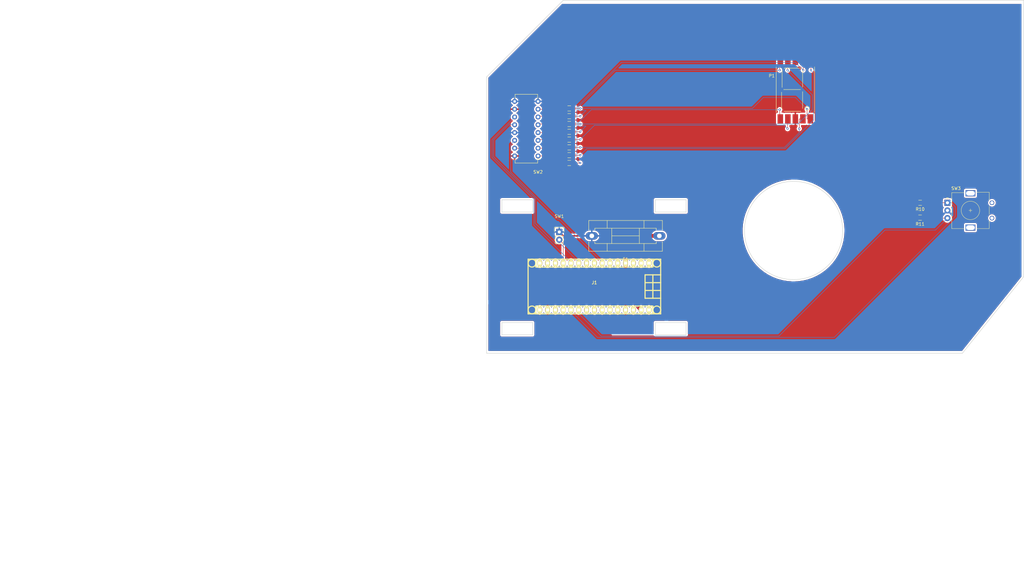
<source format=kicad_pcb>
(kicad_pcb (version 20171130) (host pcbnew 5.0.0-rc2)

  (general
    (thickness 1.6)
    (drawings 26)
    (tracks 170)
    (zones 0)
    (modules 16)
    (nets 48)
  )

  (page USLedger)
  (title_block
    (title "Project Title")
  )

  (layers
    (0 F.Cu signal)
    (31 B.Cu signal)
    (34 B.Paste user)
    (35 F.Paste user)
    (36 B.SilkS user)
    (37 F.SilkS user)
    (38 B.Mask user)
    (39 F.Mask user)
    (40 Dwgs.User user)
    (44 Edge.Cuts user)
    (46 B.CrtYd user)
    (47 F.CrtYd user)
    (48 B.Fab user)
    (49 F.Fab user)
  )

  (setup
    (last_trace_width 0.254)
    (user_trace_width 0.1524)
    (user_trace_width 0.254)
    (user_trace_width 0.3302)
    (user_trace_width 0.508)
    (user_trace_width 0.762)
    (user_trace_width 1.27)
    (trace_clearance 0.254)
    (zone_clearance 0.508)
    (zone_45_only no)
    (trace_min 0.1524)
    (segment_width 0.1524)
    (edge_width 0.1524)
    (via_size 0.6858)
    (via_drill 0.3302)
    (via_min_size 0.6858)
    (via_min_drill 0.3302)
    (user_via 0.6858 0.3302)
    (user_via 0.762 0.4064)
    (user_via 0.8636 0.508)
    (uvia_size 0.6858)
    (uvia_drill 0.3302)
    (uvias_allowed no)
    (uvia_min_size 0)
    (uvia_min_drill 0)
    (pcb_text_width 0.1524)
    (pcb_text_size 1.016 1.016)
    (mod_edge_width 0.1524)
    (mod_text_size 1.016 1.016)
    (mod_text_width 0.1524)
    (pad_size 2 2)
    (pad_drill 1)
    (pad_to_mask_clearance 0.0762)
    (solder_mask_min_width 0.1016)
    (pad_to_paste_clearance -0.0762)
    (aux_axis_origin 0 0)
    (visible_elements 7FFFFFFF)
    (pcbplotparams
      (layerselection 0x310fc_ffffffff)
      (usegerberextensions true)
      (usegerberattributes false)
      (usegerberadvancedattributes false)
      (creategerberjobfile false)
      (excludeedgelayer true)
      (linewidth 0.100000)
      (plotframeref false)
      (viasonmask false)
      (mode 1)
      (useauxorigin false)
      (hpglpennumber 1)
      (hpglpenspeed 20)
      (hpglpendiameter 15)
      (psnegative false)
      (psa4output false)
      (plotreference true)
      (plotvalue true)
      (plotinvisibletext false)
      (padsonsilk false)
      (subtractmaskfromsilk false)
      (outputformat 1)
      (mirror false)
      (drillshape 0)
      (scaleselection 1)
      (outputdirectory gerbers_rev1/))
  )

  (net 0 "")
  (net 1 /PWR5+)
  (net 2 /PWR3v3+)
  (net 3 "Net-(J1-Pad1)")
  (net 4 "Net-(J1-Pad2)")
  (net 5 "Net-(J1-Pad3)")
  (net 6 "Net-(J1-Pad5)")
  (net 7 "Net-(J1-Pad6)")
  (net 8 /74HC14)
  (net 9 "Net-(J1-Pad8)")
  (net 10 "Net-(J1-Pad9)")
  (net 11 /74HC12)
  (net 12 /74HC11)
  (net 13 "Net-(J1-Pad12)")
  (net 14 "Net-(J1-Pad13)")
  (net 15 "Net-(J1-Pad14)")
  (net 16 "Net-(J1-Pad15)")
  (net 17 "Net-(J1-Pad16)")
  (net 18 "Net-(J1-Pad18)")
  (net 19 "Net-(J1-Pad19)")
  (net 20 /ROT1)
  (net 21 /ROT2)
  (net 22 "Net-(J1-Pad22)")
  (net 23 "Net-(J1-Pad23)")
  (net 24 "Net-(J1-Pad24)")
  (net 25 "Net-(J1-Pad25)")
  (net 26 "Net-(J1-Pad26)")
  (net 27 "Net-(J1-Pad28)")
  (net 28 "Net-(J1-Pad30)")
  (net 29 /7seg2)
  (net 30 /7seg1)
  (net 31 /7seg4)
  (net 32 /7seg5)
  (net 33 /7seg6)
  (net 34 /7seg7)
  (net 35 "Net-(P1-Pad8)")
  (net 36 /7seg9)
  (net 37 /7seg10)
  (net 38 "Net-(R2-Pad1)")
  (net 39 "Net-(R3-Pad2)")
  (net 40 "Net-(R4-Pad1)")
  (net 41 "Net-(R5-Pad2)")
  (net 42 "Net-(R6-Pad1)")
  (net 43 "Net-(R7-Pad1)")
  (net 44 "Net-(R8-Pad2)")
  (net 45 "Net-(R9-Pad1)")
  (net 46 GND)
  (net 47 "Net-(F1-Pad1)")

  (net_class Default "This is the default net class."
    (clearance 0.254)
    (trace_width 0.254)
    (via_dia 0.6858)
    (via_drill 0.3302)
    (uvia_dia 0.6858)
    (uvia_drill 0.3302)
    (add_net /74HC11)
    (add_net /74HC12)
    (add_net /74HC14)
    (add_net /7seg1)
    (add_net /7seg10)
    (add_net /7seg2)
    (add_net /7seg4)
    (add_net /7seg5)
    (add_net /7seg6)
    (add_net /7seg7)
    (add_net /7seg9)
    (add_net /PWR3v3+)
    (add_net /PWR5+)
    (add_net /ROT1)
    (add_net /ROT2)
    (add_net GND)
    (add_net "Net-(F1-Pad1)")
    (add_net "Net-(J1-Pad1)")
    (add_net "Net-(J1-Pad12)")
    (add_net "Net-(J1-Pad13)")
    (add_net "Net-(J1-Pad14)")
    (add_net "Net-(J1-Pad15)")
    (add_net "Net-(J1-Pad16)")
    (add_net "Net-(J1-Pad18)")
    (add_net "Net-(J1-Pad19)")
    (add_net "Net-(J1-Pad2)")
    (add_net "Net-(J1-Pad22)")
    (add_net "Net-(J1-Pad23)")
    (add_net "Net-(J1-Pad24)")
    (add_net "Net-(J1-Pad25)")
    (add_net "Net-(J1-Pad26)")
    (add_net "Net-(J1-Pad28)")
    (add_net "Net-(J1-Pad3)")
    (add_net "Net-(J1-Pad30)")
    (add_net "Net-(J1-Pad5)")
    (add_net "Net-(J1-Pad6)")
    (add_net "Net-(J1-Pad8)")
    (add_net "Net-(J1-Pad9)")
    (add_net "Net-(P1-Pad8)")
    (add_net "Net-(R2-Pad1)")
    (add_net "Net-(R3-Pad2)")
    (add_net "Net-(R4-Pad1)")
    (add_net "Net-(R5-Pad2)")
    (add_net "Net-(R6-Pad1)")
    (add_net "Net-(R7-Pad1)")
    (add_net "Net-(R8-Pad2)")
    (add_net "Net-(R9-Pad1)")
  )

  (module w_conn_misc:arduino_nano_header (layer F.Cu) (tedit 5C8EDBD7) (tstamp 5C983FB8)
    (at 210.12 168.26 180)
    (descr "Arduino Nano Header")
    (tags Arduino)
    (path /5C8EC8FE)
    (fp_text reference J1 (at 0 1.27 180) (layer F.SilkS)
      (effects (font (size 1.016 1.016) (thickness 0.2032)))
    )
    (fp_text value Arduino_Nano_Header (at 0 -1.27 180) (layer F.SilkS) hide
      (effects (font (size 1.016 0.889) (thickness 0.2032)))
    )
    (fp_line (start -16.51 -1.27) (end -21.59 -1.27) (layer F.SilkS) (width 0.381))
    (fp_line (start -16.51 1.27) (end -21.59 1.27) (layer F.SilkS) (width 0.381))
    (fp_line (start -19.05 -3.81) (end -19.05 3.81) (layer F.SilkS) (width 0.381))
    (fp_line (start -21.59 -3.81) (end -16.51 -3.81) (layer F.SilkS) (width 0.381))
    (fp_line (start -16.51 -3.81) (end -16.51 3.81) (layer F.SilkS) (width 0.381))
    (fp_line (start -16.51 3.81) (end -21.59 3.81) (layer F.SilkS) (width 0.381))
    (fp_line (start 21.59 -8.89) (end -21.59 -8.89) (layer F.SilkS) (width 0.381))
    (fp_line (start -21.59 8.89) (end 21.59 8.89) (layer F.SilkS) (width 0.381))
    (fp_line (start -21.59 8.89) (end -21.59 -8.89) (layer F.SilkS) (width 0.381))
    (fp_line (start 21.59 8.89) (end 21.59 -8.89) (layer F.SilkS) (width 0.381))
    (fp_circle (center -20.32 -7.62) (end -21.59 -7.62) (layer F.SilkS) (width 0.381))
    (fp_circle (center -20.32 7.62) (end -21.59 7.62) (layer F.SilkS) (width 0.381))
    (fp_circle (center 20.32 -7.62) (end 21.59 -7.62) (layer F.SilkS) (width 0.381))
    (fp_circle (center 20.32 7.62) (end 21.59 7.62) (layer F.SilkS) (width 0.381))
    (fp_line (start 19.05 -6.35) (end -19.05 -6.35) (layer F.SilkS) (width 0.381))
    (fp_line (start -19.05 6.35) (end 19.05 6.35) (layer F.SilkS) (width 0.381))
    (fp_line (start 19.05 8.89) (end 19.05 6.35) (layer F.SilkS) (width 0.381))
    (fp_line (start 19.05 -6.35) (end 19.05 -8.89) (layer F.SilkS) (width 0.381))
    (fp_line (start -19.05 -8.89) (end -19.05 -6.35) (layer F.SilkS) (width 0.381))
    (fp_line (start -19.05 8.89) (end -19.05 6.35) (layer F.SilkS) (width 0.381))
    (pad 1 thru_hole oval (at -17.78 7.62 180) (size 1.524 2.19964) (drill 1.00076) (layers *.Cu *.Mask F.SilkS)
      (net 3 "Net-(J1-Pad1)"))
    (pad 2 thru_hole oval (at -15.24 7.62 180) (size 1.524 2.19964) (drill 1.00076) (layers *.Cu *.Mask F.SilkS)
      (net 4 "Net-(J1-Pad2)"))
    (pad 3 thru_hole oval (at -12.7 7.62 180) (size 1.524 2.19964) (drill 1.00076) (layers *.Cu *.Mask F.SilkS)
      (net 5 "Net-(J1-Pad3)"))
    (pad 4 thru_hole oval (at -10.16 7.62 180) (size 1.524 2.19964) (drill 1.00076) (layers *.Cu *.Mask F.SilkS)
      (net 47 "Net-(F1-Pad1)"))
    (pad 5 thru_hole oval (at -7.62 7.62 180) (size 1.524 2.19964) (drill 1.00076) (layers *.Cu *.Mask F.SilkS)
      (net 6 "Net-(J1-Pad5)"))
    (pad 6 thru_hole oval (at -5.08 7.62 180) (size 1.524 2.19964) (drill 1.00076) (layers *.Cu *.Mask F.SilkS)
      (net 7 "Net-(J1-Pad6)"))
    (pad 7 thru_hole oval (at -2.54 7.62 180) (size 1.524 2.19964) (drill 1.00076) (layers *.Cu *.Mask F.SilkS)
      (net 8 /74HC14))
    (pad 8 thru_hole oval (at 0 7.62 180) (size 1.524 2.19964) (drill 1.00076) (layers *.Cu *.Mask F.SilkS)
      (net 9 "Net-(J1-Pad8)"))
    (pad 9 thru_hole oval (at 2.54 7.62 180) (size 1.524 2.19964) (drill 1.00076) (layers *.Cu *.Mask F.SilkS)
      (net 10 "Net-(J1-Pad9)"))
    (pad 10 thru_hole oval (at 5.08 7.62 180) (size 1.524 2.19964) (drill 1.00076) (layers *.Cu *.Mask F.SilkS)
      (net 11 /74HC12))
    (pad 11 thru_hole oval (at 7.62 7.62 180) (size 1.524 2.19964) (drill 1.00076) (layers *.Cu *.Mask F.SilkS)
      (net 12 /74HC11))
    (pad 12 thru_hole oval (at 10.16 7.62 180) (size 1.524 2.19964) (drill 1.00076) (layers *.Cu *.Mask F.SilkS)
      (net 13 "Net-(J1-Pad12)"))
    (pad 13 thru_hole oval (at 12.7 7.62 180) (size 1.524 2.19964) (drill 1.00076) (layers *.Cu *.Mask F.SilkS)
      (net 14 "Net-(J1-Pad13)"))
    (pad 14 thru_hole oval (at 15.24 7.62 180) (size 1.524 2.19964) (drill 1.00076) (layers *.Cu *.Mask F.SilkS)
      (net 15 "Net-(J1-Pad14)"))
    (pad 15 thru_hole oval (at 17.78 7.62 180) (size 1.524 2.19964) (drill 1.00076) (layers *.Cu *.Mask F.SilkS)
      (net 16 "Net-(J1-Pad15)"))
    (pad 16 thru_hole oval (at 17.78 -7.62 180) (size 1.524 2.19964) (drill 1.00076) (layers *.Cu *.Mask F.SilkS)
      (net 17 "Net-(J1-Pad16)"))
    (pad 17 thru_hole oval (at 15.24 -7.62 180) (size 1.524 2.19964) (drill 1.00076) (layers *.Cu *.Mask F.SilkS)
      (net 2 /PWR3v3+))
    (pad 18 thru_hole oval (at 12.7 -7.62 180) (size 1.524 2.19964) (drill 1.00076) (layers *.Cu *.Mask F.SilkS)
      (net 18 "Net-(J1-Pad18)"))
    (pad 19 thru_hole oval (at 10.16 -7.62 180) (size 1.524 2.19964) (drill 1.00076) (layers *.Cu *.Mask F.SilkS)
      (net 19 "Net-(J1-Pad19)"))
    (pad 20 thru_hole oval (at 7.62 -7.62 180) (size 1.524 2.1971) (drill 1.00076) (layers *.Cu *.Mask F.SilkS)
      (net 20 /ROT1))
    (pad 21 thru_hole oval (at 5.08 -7.62 180) (size 1.524 2.1971) (drill 1.00076) (layers *.Cu *.Mask F.SilkS)
      (net 21 /ROT2))
    (pad 22 thru_hole oval (at 2.54 -7.62 180) (size 1.524 2.1971) (drill 1.00076) (layers *.Cu *.Mask F.SilkS)
      (net 22 "Net-(J1-Pad22)"))
    (pad 23 thru_hole oval (at 0 -7.62 180) (size 1.524 2.1971) (drill 1.00076) (layers *.Cu *.Mask F.SilkS)
      (net 23 "Net-(J1-Pad23)"))
    (pad 24 thru_hole oval (at -2.54 -7.62 180) (size 1.524 2.1971) (drill 0.99822) (layers *.Cu *.Mask F.SilkS)
      (net 24 "Net-(J1-Pad24)"))
    (pad 25 thru_hole oval (at -5.08 -7.62 180) (size 1.524 2.1971) (drill 0.99822) (layers *.Cu *.Mask F.SilkS)
      (net 25 "Net-(J1-Pad25)"))
    (pad 26 thru_hole oval (at -7.62 -7.62 180) (size 1.524 2.1971) (drill 0.99822) (layers *.Cu *.Mask F.SilkS)
      (net 26 "Net-(J1-Pad26)"))
    (pad 27 thru_hole oval (at -10.16 -7.62 180) (size 1.524 2.1971) (drill 0.99822) (layers *.Cu *.Mask F.SilkS)
      (net 1 /PWR5+))
    (pad 28 thru_hole oval (at -12.7 -7.62 180) (size 1.524 2.1971) (drill 0.99822) (layers *.Cu *.Mask F.SilkS)
      (net 27 "Net-(J1-Pad28)"))
    (pad 29 thru_hole oval (at -15.24 -7.62 180) (size 1.524 2.1971) (drill 0.99822) (layers *.Cu *.Mask F.SilkS)
      (net 47 "Net-(F1-Pad1)"))
    (pad 30 thru_hole oval (at -17.78 -7.62 180) (size 1.524 2.1971) (drill 0.99822) (layers *.Cu *.Mask F.SilkS)
      (net 28 "Net-(J1-Pad30)"))
    (model walter/conn_misc/arduino_nano_header.wrl
      (at (xyz 0 0 0))
      (scale (xyz 1 1 1))
      (rotate (xyz 0 0 0))
    )
  )

  (module Displays_7-Segment:7SEGMENT-LED__HDSM531_HDSM533_SMD (layer F.Cu) (tedit 54710158) (tstamp 5C983FD0)
    (at 275.59 104.14)
    (path /5C8EF6E0)
    (attr smd)
    (fp_text reference P1 (at -7.7 -4.525) (layer F.SilkS)
      (effects (font (size 1 1) (thickness 0.15)))
    )
    (fp_text value CONN_01X10 (at 0.025 13.95) (layer F.Fab)
      (effects (font (size 1 1) (thickness 0.15)))
    )
    (fp_circle (center 3.825 6.075) (end 3.925 6.75) (layer F.SilkS) (width 0.15))
    (fp_line (start 2.35 6.125) (end 2.35 0.625) (layer F.SilkS) (width 0.15))
    (fp_line (start -4.5 6.3) (end -4.5 0.8) (layer F.SilkS) (width 0.15))
    (fp_line (start -4.325 -0.75) (end -4.325 -6.25) (layer F.SilkS) (width 0.15))
    (fp_line (start 2.35 -0.85) (end 2.35 -6.35) (layer F.SilkS) (width 0.15))
    (fp_line (start -3.675 -7.025) (end 1.825 -7.025) (layer F.SilkS) (width 0.15))
    (fp_line (start -3.825 -0.05) (end 1.675 -0.05) (layer F.SilkS) (width 0.15))
    (fp_line (start -3.725 7.025) (end 1.775 7.025) (layer F.SilkS) (width 0.15))
    (fp_line (start 6.25 7.425) (end 6.25 -7.425) (layer F.SilkS) (width 0.15))
    (fp_line (start -6.25 -7.425) (end -6.25 7.425) (layer F.SilkS) (width 0.15))
    (pad 3 smd rect (at 0 9.5) (size 1.8 3) (layers F.Cu F.Paste F.Mask)
      (net 1 /PWR5+) (solder_paste_margin -0.2))
    (pad 2 smd rect (at -2.45 9.5) (size 1.8 3) (layers F.Cu F.Paste F.Mask)
      (net 29 /7seg2) (solder_paste_margin -0.2))
    (pad 1 smd rect (at -4.9 9.5) (size 1.8 3) (layers F.Cu F.Paste F.Mask)
      (net 30 /7seg1) (solder_paste_margin -0.2))
    (pad 4 smd rect (at 2.45 9.5) (size 1.8 3) (layers F.Cu F.Paste F.Mask)
      (net 31 /7seg4) (solder_paste_margin -0.2))
    (pad 5 smd rect (at 4.9 9.5) (size 1.8 3) (layers F.Cu F.Paste F.Mask)
      (net 32 /7seg5) (solder_paste_margin -0.2))
    (pad 6 smd rect (at 4.9 -9.5) (size 1.8 3) (layers F.Cu F.Paste F.Mask)
      (net 33 /7seg6) (solder_paste_margin -0.2))
    (pad 7 smd rect (at 2.45 -9.5) (size 1.8 3) (layers F.Cu F.Paste F.Mask)
      (net 34 /7seg7) (solder_paste_margin -0.2))
    (pad 8 smd rect (at 0 -9.5) (size 1.8 3) (layers F.Cu F.Paste F.Mask)
      (net 35 "Net-(P1-Pad8)") (solder_paste_margin -0.2))
    (pad 9 smd rect (at -2.45 -9.5) (size 1.8 3) (layers F.Cu F.Paste F.Mask)
      (net 36 /7seg9) (solder_paste_margin -0.2))
    (pad 10 smd rect (at -4.9 -9.5) (size 1.8 3) (layers F.Cu F.Paste F.Mask)
      (net 37 /7seg10) (solder_paste_margin -0.2))
    (model Displays_7-Segment.3dshapes/7SEGMENT-LED__HDSM531_HDSM533_SMD.wrl
      (at (xyz 0 0 0))
      (scale (xyz 0.3937 0.3937 0.3937))
      (rotate (xyz 0 0 0))
    )
  )

  (module Capacitors_SMD:C_0805_HandSoldering (layer F.Cu) (tedit 5C8EDCDB) (tstamp 5C983FE0)
    (at 201.93 128.016)
    (descr "Capacitor SMD 0805, hand soldering")
    (tags "capacitor 0805")
    (path /5C8EE595)
    (attr smd)
    (fp_text reference R2 (at 0 -2.1) (layer F.SilkS) hide
      (effects (font (size 1 1) (thickness 0.15)))
    )
    (fp_text value R (at 0 2.1) (layer F.Fab)
      (effects (font (size 1 1) (thickness 0.15)))
    )
    (fp_line (start -1 0.625) (end -1 -0.625) (layer F.Fab) (width 0.15))
    (fp_line (start 1 0.625) (end -1 0.625) (layer F.Fab) (width 0.15))
    (fp_line (start 1 -0.625) (end 1 0.625) (layer F.Fab) (width 0.15))
    (fp_line (start -1 -0.625) (end 1 -0.625) (layer F.Fab) (width 0.15))
    (fp_line (start -2.3 -1) (end 2.3 -1) (layer F.CrtYd) (width 0.05))
    (fp_line (start -2.3 1) (end 2.3 1) (layer F.CrtYd) (width 0.05))
    (fp_line (start -2.3 -1) (end -2.3 1) (layer F.CrtYd) (width 0.05))
    (fp_line (start 2.3 -1) (end 2.3 1) (layer F.CrtYd) (width 0.05))
    (fp_line (start 0.5 -0.85) (end -0.5 -0.85) (layer F.SilkS) (width 0.15))
    (fp_line (start -0.5 0.85) (end 0.5 0.85) (layer F.SilkS) (width 0.15))
    (pad 1 smd rect (at -1.25 0) (size 1.5 1.25) (layers F.Cu F.Paste F.Mask)
      (net 38 "Net-(R2-Pad1)"))
    (pad 2 smd rect (at 1.25 0) (size 1.5 1.25) (layers F.Cu F.Paste F.Mask)
      (net 34 /7seg7))
    (model Capacitors_SMD.3dshapes/C_0805_HandSoldering.wrl
      (at (xyz 0 0 0))
      (scale (xyz 1 1 1))
      (rotate (xyz 0 0 0))
    )
  )

  (module Capacitors_SMD:C_0805_HandSoldering (layer F.Cu) (tedit 5C8EDCCF) (tstamp 5C983FF0)
    (at 201.93 125.476 180)
    (descr "Capacitor SMD 0805, hand soldering")
    (tags "capacitor 0805")
    (path /5C8EE393)
    (attr smd)
    (fp_text reference R3 (at -1.27 -2.54 180) (layer F.SilkS) hide
      (effects (font (size 1 1) (thickness 0.15)))
    )
    (fp_text value R (at 0 2.1 180) (layer F.Fab)
      (effects (font (size 1 1) (thickness 0.15)))
    )
    (fp_line (start -0.5 0.85) (end 0.5 0.85) (layer F.SilkS) (width 0.15))
    (fp_line (start 0.5 -0.85) (end -0.5 -0.85) (layer F.SilkS) (width 0.15))
    (fp_line (start 2.3 -1) (end 2.3 1) (layer F.CrtYd) (width 0.05))
    (fp_line (start -2.3 -1) (end -2.3 1) (layer F.CrtYd) (width 0.05))
    (fp_line (start -2.3 1) (end 2.3 1) (layer F.CrtYd) (width 0.05))
    (fp_line (start -2.3 -1) (end 2.3 -1) (layer F.CrtYd) (width 0.05))
    (fp_line (start -1 -0.625) (end 1 -0.625) (layer F.Fab) (width 0.15))
    (fp_line (start 1 -0.625) (end 1 0.625) (layer F.Fab) (width 0.15))
    (fp_line (start 1 0.625) (end -1 0.625) (layer F.Fab) (width 0.15))
    (fp_line (start -1 0.625) (end -1 -0.625) (layer F.Fab) (width 0.15))
    (pad 2 smd rect (at 1.25 0 180) (size 1.5 1.25) (layers F.Cu F.Paste F.Mask)
      (net 39 "Net-(R3-Pad2)"))
    (pad 1 smd rect (at -1.25 0 180) (size 1.5 1.25) (layers F.Cu F.Paste F.Mask)
      (net 33 /7seg6))
    (model Capacitors_SMD.3dshapes/C_0805_HandSoldering.wrl
      (at (xyz 0 0 0))
      (scale (xyz 1 1 1))
      (rotate (xyz 0 0 0))
    )
  )

  (module Capacitors_SMD:C_0805_HandSoldering (layer F.Cu) (tedit 5C8EDCCC) (tstamp 5C984000)
    (at 201.93 122.936)
    (descr "Capacitor SMD 0805, hand soldering")
    (tags "capacitor 0805")
    (path /5C8EE470)
    (attr smd)
    (fp_text reference R4 (at 0 -2.1) (layer F.SilkS) hide
      (effects (font (size 1 1) (thickness 0.15)))
    )
    (fp_text value R (at 0 2.1) (layer F.Fab)
      (effects (font (size 1 1) (thickness 0.15)))
    )
    (fp_line (start -1 0.625) (end -1 -0.625) (layer F.Fab) (width 0.15))
    (fp_line (start 1 0.625) (end -1 0.625) (layer F.Fab) (width 0.15))
    (fp_line (start 1 -0.625) (end 1 0.625) (layer F.Fab) (width 0.15))
    (fp_line (start -1 -0.625) (end 1 -0.625) (layer F.Fab) (width 0.15))
    (fp_line (start -2.3 -1) (end 2.3 -1) (layer F.CrtYd) (width 0.05))
    (fp_line (start -2.3 1) (end 2.3 1) (layer F.CrtYd) (width 0.05))
    (fp_line (start -2.3 -1) (end -2.3 1) (layer F.CrtYd) (width 0.05))
    (fp_line (start 2.3 -1) (end 2.3 1) (layer F.CrtYd) (width 0.05))
    (fp_line (start 0.5 -0.85) (end -0.5 -0.85) (layer F.SilkS) (width 0.15))
    (fp_line (start -0.5 0.85) (end 0.5 0.85) (layer F.SilkS) (width 0.15))
    (pad 1 smd rect (at -1.25 0) (size 1.5 1.25) (layers F.Cu F.Paste F.Mask)
      (net 40 "Net-(R4-Pad1)"))
    (pad 2 smd rect (at 1.25 0) (size 1.5 1.25) (layers F.Cu F.Paste F.Mask)
      (net 31 /7seg4))
    (model Capacitors_SMD.3dshapes/C_0805_HandSoldering.wrl
      (at (xyz 0 0 0))
      (scale (xyz 1 1 1))
      (rotate (xyz 0 0 0))
    )
  )

  (module Capacitors_SMD:C_0805_HandSoldering (layer F.Cu) (tedit 5C8EDCCA) (tstamp 5C984010)
    (at 201.93 120.396 180)
    (descr "Capacitor SMD 0805, hand soldering")
    (tags "capacitor 0805")
    (path /5C8EE53D)
    (attr smd)
    (fp_text reference R5 (at 0 -2.1 180) (layer F.SilkS) hide
      (effects (font (size 1 1) (thickness 0.15)))
    )
    (fp_text value R (at 0 0 180) (layer F.Fab)
      (effects (font (size 1 1) (thickness 0.15)))
    )
    (fp_line (start -1 0.625) (end -1 -0.625) (layer F.Fab) (width 0.15))
    (fp_line (start 1 0.625) (end -1 0.625) (layer F.Fab) (width 0.15))
    (fp_line (start 1 -0.625) (end 1 0.625) (layer F.Fab) (width 0.15))
    (fp_line (start -1 -0.625) (end 1 -0.625) (layer F.Fab) (width 0.15))
    (fp_line (start -2.3 -1) (end 2.3 -1) (layer F.CrtYd) (width 0.05))
    (fp_line (start -2.3 1) (end 2.3 1) (layer F.CrtYd) (width 0.05))
    (fp_line (start -2.3 -1) (end -2.3 1) (layer F.CrtYd) (width 0.05))
    (fp_line (start 2.3 -1) (end 2.3 1) (layer F.CrtYd) (width 0.05))
    (fp_line (start 0.5 -0.85) (end -0.5 -0.85) (layer F.SilkS) (width 0.15))
    (fp_line (start -0.5 0.85) (end 0.5 0.85) (layer F.SilkS) (width 0.15))
    (pad 1 smd rect (at -1.25 0 180) (size 1.5 1.25) (layers F.Cu F.Paste F.Mask)
      (net 29 /7seg2))
    (pad 2 smd rect (at 1.25 0 180) (size 1.5 1.25) (layers F.Cu F.Paste F.Mask)
      (net 41 "Net-(R5-Pad2)"))
    (model Capacitors_SMD.3dshapes/C_0805_HandSoldering.wrl
      (at (xyz 0 0 0))
      (scale (xyz 1 1 1))
      (rotate (xyz 0 0 0))
    )
  )

  (module Capacitors_SMD:C_0805_HandSoldering (layer F.Cu) (tedit 5C8EDCD8) (tstamp 5C984020)
    (at 201.93 117.856)
    (descr "Capacitor SMD 0805, hand soldering")
    (tags "capacitor 0805")
    (path /5C8EE543)
    (attr smd)
    (fp_text reference R6 (at 0 -2.1) (layer F.SilkS) hide
      (effects (font (size 1 1) (thickness 0.15)))
    )
    (fp_text value R (at 0 2.1) (layer F.Fab)
      (effects (font (size 1 1) (thickness 0.15)))
    )
    (fp_line (start -1 0.625) (end -1 -0.625) (layer F.Fab) (width 0.15))
    (fp_line (start 1 0.625) (end -1 0.625) (layer F.Fab) (width 0.15))
    (fp_line (start 1 -0.625) (end 1 0.625) (layer F.Fab) (width 0.15))
    (fp_line (start -1 -0.625) (end 1 -0.625) (layer F.Fab) (width 0.15))
    (fp_line (start -2.3 -1) (end 2.3 -1) (layer F.CrtYd) (width 0.05))
    (fp_line (start -2.3 1) (end 2.3 1) (layer F.CrtYd) (width 0.05))
    (fp_line (start -2.3 -1) (end -2.3 1) (layer F.CrtYd) (width 0.05))
    (fp_line (start 2.3 -1) (end 2.3 1) (layer F.CrtYd) (width 0.05))
    (fp_line (start 0.5 -0.85) (end -0.5 -0.85) (layer F.SilkS) (width 0.15))
    (fp_line (start -0.5 0.85) (end 0.5 0.85) (layer F.SilkS) (width 0.15))
    (pad 1 smd rect (at -1.25 0) (size 1.5 1.25) (layers F.Cu F.Paste F.Mask)
      (net 42 "Net-(R6-Pad1)"))
    (pad 2 smd rect (at 1.25 0) (size 1.5 1.25) (layers F.Cu F.Paste F.Mask)
      (net 30 /7seg1))
    (model Capacitors_SMD.3dshapes/C_0805_HandSoldering.wrl
      (at (xyz 0 0 0))
      (scale (xyz 1 1 1))
      (rotate (xyz 0 0 0))
    )
  )

  (module Capacitors_SMD:C_0805_HandSoldering (layer F.Cu) (tedit 5C8EDCC7) (tstamp 5C984030)
    (at 201.93 115.316)
    (descr "Capacitor SMD 0805, hand soldering")
    (tags "capacitor 0805")
    (path /5C8EE566)
    (attr smd)
    (fp_text reference R7 (at 0 -2.1) (layer F.SilkS) hide
      (effects (font (size 1 1) (thickness 0.15)))
    )
    (fp_text value R (at 0 2.1) (layer F.Fab)
      (effects (font (size 1 1) (thickness 0.15)))
    )
    (fp_line (start -0.5 0.85) (end 0.5 0.85) (layer F.SilkS) (width 0.15))
    (fp_line (start 0.5 -0.85) (end -0.5 -0.85) (layer F.SilkS) (width 0.15))
    (fp_line (start 2.3 -1) (end 2.3 1) (layer F.CrtYd) (width 0.05))
    (fp_line (start -2.3 -1) (end -2.3 1) (layer F.CrtYd) (width 0.05))
    (fp_line (start -2.3 1) (end 2.3 1) (layer F.CrtYd) (width 0.05))
    (fp_line (start -2.3 -1) (end 2.3 -1) (layer F.CrtYd) (width 0.05))
    (fp_line (start -1 -0.625) (end 1 -0.625) (layer F.Fab) (width 0.15))
    (fp_line (start 1 -0.625) (end 1 0.625) (layer F.Fab) (width 0.15))
    (fp_line (start 1 0.625) (end -1 0.625) (layer F.Fab) (width 0.15))
    (fp_line (start -1 0.625) (end -1 -0.625) (layer F.Fab) (width 0.15))
    (pad 2 smd rect (at 1.25 0) (size 1.5 1.25) (layers F.Cu F.Paste F.Mask)
      (net 36 /7seg9))
    (pad 1 smd rect (at -1.25 0) (size 1.5 1.25) (layers F.Cu F.Paste F.Mask)
      (net 43 "Net-(R7-Pad1)"))
    (model Capacitors_SMD.3dshapes/C_0805_HandSoldering.wrl
      (at (xyz 0 0 0))
      (scale (xyz 1 1 1))
      (rotate (xyz 0 0 0))
    )
  )

  (module Capacitors_SMD:C_0805_HandSoldering (layer F.Cu) (tedit 5C8EDCD5) (tstamp 5C984040)
    (at 201.93 112.776 180)
    (descr "Capacitor SMD 0805, hand soldering")
    (tags "capacitor 0805")
    (path /5C8EE56C)
    (attr smd)
    (fp_text reference R8 (at 0 -2.1 180) (layer F.SilkS) hide
      (effects (font (size 1 1) (thickness 0.15)))
    )
    (fp_text value R (at 0 2.1 180) (layer F.Fab)
      (effects (font (size 1 1) (thickness 0.15)))
    )
    (fp_line (start -1 0.625) (end -1 -0.625) (layer F.Fab) (width 0.15))
    (fp_line (start 1 0.625) (end -1 0.625) (layer F.Fab) (width 0.15))
    (fp_line (start 1 -0.625) (end 1 0.625) (layer F.Fab) (width 0.15))
    (fp_line (start -1 -0.625) (end 1 -0.625) (layer F.Fab) (width 0.15))
    (fp_line (start -2.3 -1) (end 2.3 -1) (layer F.CrtYd) (width 0.05))
    (fp_line (start -2.3 1) (end 2.3 1) (layer F.CrtYd) (width 0.05))
    (fp_line (start -2.3 -1) (end -2.3 1) (layer F.CrtYd) (width 0.05))
    (fp_line (start 2.3 -1) (end 2.3 1) (layer F.CrtYd) (width 0.05))
    (fp_line (start 0.5 -0.85) (end -0.5 -0.85) (layer F.SilkS) (width 0.15))
    (fp_line (start -0.5 0.85) (end 0.5 0.85) (layer F.SilkS) (width 0.15))
    (pad 1 smd rect (at -1.25 0 180) (size 1.5 1.25) (layers F.Cu F.Paste F.Mask)
      (net 37 /7seg10))
    (pad 2 smd rect (at 1.25 0 180) (size 1.5 1.25) (layers F.Cu F.Paste F.Mask)
      (net 44 "Net-(R8-Pad2)"))
    (model Capacitors_SMD.3dshapes/C_0805_HandSoldering.wrl
      (at (xyz 0 0 0))
      (scale (xyz 1 1 1))
      (rotate (xyz 0 0 0))
    )
  )

  (module Capacitors_SMD:C_0805_HandSoldering (layer F.Cu) (tedit 5C8EDCD1) (tstamp 5C984050)
    (at 201.93 110.236)
    (descr "Capacitor SMD 0805, hand soldering")
    (tags "capacitor 0805")
    (path /5C8EE572)
    (attr smd)
    (fp_text reference eR9 (at 0 -2.1) (layer F.SilkS) hide
      (effects (font (size 1 1) (thickness 0.15)))
    )
    (fp_text value R (at 0 2.1) (layer F.Fab)
      (effects (font (size 1 1) (thickness 0.15)))
    )
    (fp_line (start -0.5 0.85) (end 0.5 0.85) (layer F.SilkS) (width 0.15))
    (fp_line (start 0.5 -0.85) (end -0.5 -0.85) (layer F.SilkS) (width 0.15))
    (fp_line (start 2.3 -1) (end 2.3 1) (layer F.CrtYd) (width 0.05))
    (fp_line (start -2.3 -1) (end -2.3 1) (layer F.CrtYd) (width 0.05))
    (fp_line (start -2.3 1) (end 2.3 1) (layer F.CrtYd) (width 0.05))
    (fp_line (start -2.3 -1) (end 2.3 -1) (layer F.CrtYd) (width 0.05))
    (fp_line (start -1 -0.625) (end 1 -0.625) (layer F.Fab) (width 0.15))
    (fp_line (start 1 -0.625) (end 1 0.625) (layer F.Fab) (width 0.15))
    (fp_line (start 1 0.625) (end -1 0.625) (layer F.Fab) (width 0.15))
    (fp_line (start -1 0.625) (end -1 -0.625) (layer F.Fab) (width 0.15))
    (pad 2 smd rect (at 1.25 0) (size 1.5 1.25) (layers F.Cu F.Paste F.Mask)
      (net 32 /7seg5))
    (pad 1 smd rect (at -1.25 0) (size 1.5 1.25) (layers F.Cu F.Paste F.Mask)
      (net 45 "Net-(R9-Pad1)"))
    (model Capacitors_SMD.3dshapes/C_0805_HandSoldering.wrl
      (at (xyz 0 0 0))
      (scale (xyz 1 1 1))
      (rotate (xyz 0 0 0))
    )
  )

  (module Capacitors_SMD:C_0805_HandSoldering (layer F.Cu) (tedit 541A9B8D) (tstamp 5C984060)
    (at 316.23 140.97 180)
    (descr "Capacitor SMD 0805, hand soldering")
    (tags "capacitor 0805")
    (path /5C8ED02C)
    (attr smd)
    (fp_text reference R10 (at 0 -2.1 180) (layer F.SilkS)
      (effects (font (size 1 1) (thickness 0.15)))
    )
    (fp_text value R2200 (at 0 2.1 180) (layer F.Fab)
      (effects (font (size 1 1) (thickness 0.15)))
    )
    (fp_line (start -0.5 0.85) (end 0.5 0.85) (layer F.SilkS) (width 0.15))
    (fp_line (start 0.5 -0.85) (end -0.5 -0.85) (layer F.SilkS) (width 0.15))
    (fp_line (start 2.3 -1) (end 2.3 1) (layer F.CrtYd) (width 0.05))
    (fp_line (start -2.3 -1) (end -2.3 1) (layer F.CrtYd) (width 0.05))
    (fp_line (start -2.3 1) (end 2.3 1) (layer F.CrtYd) (width 0.05))
    (fp_line (start -2.3 -1) (end 2.3 -1) (layer F.CrtYd) (width 0.05))
    (fp_line (start -1 -0.625) (end 1 -0.625) (layer F.Fab) (width 0.15))
    (fp_line (start 1 -0.625) (end 1 0.625) (layer F.Fab) (width 0.15))
    (fp_line (start 1 0.625) (end -1 0.625) (layer F.Fab) (width 0.15))
    (fp_line (start -1 0.625) (end -1 -0.625) (layer F.Fab) (width 0.15))
    (pad 2 smd rect (at 1.25 0 180) (size 1.5 1.25) (layers F.Cu F.Paste F.Mask)
      (net 2 /PWR3v3+))
    (pad 1 smd rect (at -1.25 0 180) (size 1.5 1.25) (layers F.Cu F.Paste F.Mask)
      (net 20 /ROT1))
    (model Capacitors_SMD.3dshapes/C_0805_HandSoldering.wrl
      (at (xyz 0 0 0))
      (scale (xyz 1 1 1))
      (rotate (xyz 0 0 0))
    )
  )

  (module Capacitors_SMD:C_0805_HandSoldering (layer F.Cu) (tedit 541A9B8D) (tstamp 5C984070)
    (at 316.212368 145.80882 180)
    (descr "Capacitor SMD 0805, hand soldering")
    (tags "capacitor 0805")
    (path /5C8ED08A)
    (attr smd)
    (fp_text reference R11 (at 0 -2.1 180) (layer F.SilkS)
      (effects (font (size 1 1) (thickness 0.15)))
    )
    (fp_text value R2200 (at 0 2.1 180) (layer F.Fab)
      (effects (font (size 1 1) (thickness 0.15)))
    )
    (fp_line (start -1 0.625) (end -1 -0.625) (layer F.Fab) (width 0.15))
    (fp_line (start 1 0.625) (end -1 0.625) (layer F.Fab) (width 0.15))
    (fp_line (start 1 -0.625) (end 1 0.625) (layer F.Fab) (width 0.15))
    (fp_line (start -1 -0.625) (end 1 -0.625) (layer F.Fab) (width 0.15))
    (fp_line (start -2.3 -1) (end 2.3 -1) (layer F.CrtYd) (width 0.05))
    (fp_line (start -2.3 1) (end 2.3 1) (layer F.CrtYd) (width 0.05))
    (fp_line (start -2.3 -1) (end -2.3 1) (layer F.CrtYd) (width 0.05))
    (fp_line (start 2.3 -1) (end 2.3 1) (layer F.CrtYd) (width 0.05))
    (fp_line (start 0.5 -0.85) (end -0.5 -0.85) (layer F.SilkS) (width 0.15))
    (fp_line (start -0.5 0.85) (end 0.5 0.85) (layer F.SilkS) (width 0.15))
    (pad 1 smd rect (at -1.25 0 180) (size 1.5 1.25) (layers F.Cu F.Paste F.Mask)
      (net 21 /ROT2))
    (pad 2 smd rect (at 1.25 0 180) (size 1.5 1.25) (layers F.Cu F.Paste F.Mask)
      (net 2 /PWR3v3+))
    (model Capacitors_SMD.3dshapes/C_0805_HandSoldering.wrl
      (at (xyz 0 0 0))
      (scale (xyz 1 1 1))
      (rotate (xyz 0 0 0))
    )
  )

  (module Pin_Headers:Pin_Header_Straight_1x02 (layer F.Cu) (tedit 54EA090C) (tstamp 5C984081)
    (at 198.69 150.48)
    (descr "Through hole pin header")
    (tags "pin header")
    (path /5C8F04AF)
    (fp_text reference SW1 (at 0 -5.1) (layer F.SilkS)
      (effects (font (size 1 1) (thickness 0.15)))
    )
    (fp_text value SW_DIP_x01 (at 0 -3.1) (layer F.Fab)
      (effects (font (size 1 1) (thickness 0.15)))
    )
    (fp_line (start 1.27 1.27) (end 1.27 3.81) (layer F.SilkS) (width 0.15))
    (fp_line (start 1.55 -1.55) (end 1.55 0) (layer F.SilkS) (width 0.15))
    (fp_line (start -1.75 -1.75) (end -1.75 4.3) (layer F.CrtYd) (width 0.05))
    (fp_line (start 1.75 -1.75) (end 1.75 4.3) (layer F.CrtYd) (width 0.05))
    (fp_line (start -1.75 -1.75) (end 1.75 -1.75) (layer F.CrtYd) (width 0.05))
    (fp_line (start -1.75 4.3) (end 1.75 4.3) (layer F.CrtYd) (width 0.05))
    (fp_line (start 1.27 1.27) (end -1.27 1.27) (layer F.SilkS) (width 0.15))
    (fp_line (start -1.55 0) (end -1.55 -1.55) (layer F.SilkS) (width 0.15))
    (fp_line (start -1.55 -1.55) (end 1.55 -1.55) (layer F.SilkS) (width 0.15))
    (fp_line (start -1.27 1.27) (end -1.27 3.81) (layer F.SilkS) (width 0.15))
    (fp_line (start -1.27 3.81) (end 1.27 3.81) (layer F.SilkS) (width 0.15))
    (pad 1 thru_hole rect (at 0 0) (size 2.032 2.032) (drill 1.016) (layers *.Cu *.Mask)
      (net 46 GND))
    (pad 2 thru_hole oval (at 0 2.54) (size 2.032 2.032) (drill 1.016) (layers *.Cu *.Mask)
      (net 13 "Net-(J1-Pad12)"))
    (model Pin_Headers.3dshapes/Pin_Header_Straight_1x02.wrl
      (offset (xyz 0 -1.269999980926514 0))
      (scale (xyz 1 1 1))
      (rotate (xyz 0 0 90))
    )
  )

  (module Housings_DIP:DIP-16_W7.62mm (layer F.Cu) (tedit 54130A77) (tstamp 5C9840A0)
    (at 191.77 125.73 180)
    (descr "16-lead dip package, row spacing 7.62 mm (300 mils)")
    (tags "dil dip 2.54 300")
    (path /5C8EE142)
    (fp_text reference SW2 (at 0 -5.22 180) (layer F.SilkS)
      (effects (font (size 1 1) (thickness 0.15)))
    )
    (fp_text value SW_DIP_x08 (at 0 -3.72 180) (layer F.Fab)
      (effects (font (size 1 1) (thickness 0.15)))
    )
    (fp_line (start -1.05 -2.45) (end -1.05 20.25) (layer F.CrtYd) (width 0.05))
    (fp_line (start 8.65 -2.45) (end 8.65 20.25) (layer F.CrtYd) (width 0.05))
    (fp_line (start -1.05 -2.45) (end 8.65 -2.45) (layer F.CrtYd) (width 0.05))
    (fp_line (start -1.05 20.25) (end 8.65 20.25) (layer F.CrtYd) (width 0.05))
    (fp_line (start 0.135 -2.295) (end 0.135 -1.025) (layer F.SilkS) (width 0.15))
    (fp_line (start 7.485 -2.295) (end 7.485 -1.025) (layer F.SilkS) (width 0.15))
    (fp_line (start 7.485 20.075) (end 7.485 18.805) (layer F.SilkS) (width 0.15))
    (fp_line (start 0.135 20.075) (end 0.135 18.805) (layer F.SilkS) (width 0.15))
    (fp_line (start 0.135 -2.295) (end 7.485 -2.295) (layer F.SilkS) (width 0.15))
    (fp_line (start 0.135 20.075) (end 7.485 20.075) (layer F.SilkS) (width 0.15))
    (fp_line (start 0.135 -1.025) (end -0.8 -1.025) (layer F.SilkS) (width 0.15))
    (pad 1 thru_hole oval (at 0 0 180) (size 1.6 1.6) (drill 0.8) (layers *.Cu *.Mask)
      (net 39 "Net-(R3-Pad2)"))
    (pad 2 thru_hole oval (at 0 2.54 180) (size 1.6 1.6) (drill 0.8) (layers *.Cu *.Mask)
      (net 40 "Net-(R4-Pad1)"))
    (pad 3 thru_hole oval (at 0 5.08 180) (size 1.6 1.6) (drill 0.8) (layers *.Cu *.Mask)
      (net 41 "Net-(R5-Pad2)"))
    (pad 4 thru_hole oval (at 0 7.62 180) (size 1.6 1.6) (drill 0.8) (layers *.Cu *.Mask)
      (net 42 "Net-(R6-Pad1)"))
    (pad 5 thru_hole oval (at 0 10.16 180) (size 1.6 1.6) (drill 0.8) (layers *.Cu *.Mask)
      (net 43 "Net-(R7-Pad1)"))
    (pad 6 thru_hole oval (at 0 12.7 180) (size 1.6 1.6) (drill 0.8) (layers *.Cu *.Mask)
      (net 44 "Net-(R8-Pad2)"))
    (pad 7 thru_hole oval (at 0 15.24 180) (size 1.6 1.6) (drill 0.8) (layers *.Cu *.Mask)
      (net 45 "Net-(R9-Pad1)"))
    (pad 8 thru_hole oval (at 0 17.78 180) (size 1.6 1.6) (drill 0.8) (layers *.Cu *.Mask)
      (net 46 GND))
    (pad 9 thru_hole oval (at 7.62 17.78 180) (size 1.6 1.6) (drill 0.8) (layers *.Cu *.Mask)
      (net 46 GND))
    (pad 10 thru_hole oval (at 7.62 15.24 180) (size 1.6 1.6) (drill 0.8) (layers *.Cu *.Mask)
      (net 1 /PWR5+))
    (pad 11 thru_hole oval (at 7.62 12.7 180) (size 1.6 1.6) (drill 0.8) (layers *.Cu *.Mask)
      (net 12 /74HC11))
    (pad 12 thru_hole oval (at 7.62 10.16 180) (size 1.6 1.6) (drill 0.8) (layers *.Cu *.Mask)
      (net 11 /74HC12))
    (pad 13 thru_hole oval (at 7.62 7.62 180) (size 1.6 1.6) (drill 0.8) (layers *.Cu *.Mask)
      (net 46 GND))
    (pad 14 thru_hole oval (at 7.62 5.08 180) (size 1.6 1.6) (drill 0.8) (layers *.Cu *.Mask)
      (net 8 /74HC14))
    (pad 15 thru_hole oval (at 7.62 2.54 180) (size 1.6 1.6) (drill 0.8) (layers *.Cu *.Mask)
      (net 38 "Net-(R2-Pad1)"))
    (pad 16 thru_hole oval (at 7.62 0 180) (size 1.6 1.6) (drill 0.8) (layers *.Cu *.Mask)
      (net 1 /PWR5+))
    (model Housings_DIP.3dshapes/DIP-16_W7.62mm.wrl
      (at (xyz 0 0 0))
      (scale (xyz 1 1 1))
      (rotate (xyz 0 0 0))
    )
  )

  (module Rotary_Encoder:RotaryEncoder_Alps_EC11E_Vertical_H20mm (layer F.Cu) (tedit 5C8EDD49) (tstamp 5C9840C6)
    (at 325.12 140.97)
    (descr "Alps rotary encoder, EC12E... without switch (pins are dummy), vertical shaft, http://www.alps.com/prod/info/E/HTML/Encoder/Incremental/EC11/EC11E15204A3.html")
    (tags "rotary encoder")
    (path /5C8ECF7B)
    (fp_text reference SW3 (at 2.8 -4.7) (layer F.SilkS)
      (effects (font (size 1 1) (thickness 0.15)))
    )
    (fp_text value Rotary_Encoder (at 7.5 10.4) (layer F.Fab)
      (effects (font (size 1 1) (thickness 0.15)))
    )
    (fp_text user %R (at 11.1 6.3) (layer F.Fab)
      (effects (font (size 1 1) (thickness 0.15)))
    )
    (fp_line (start 7 2.5) (end 8 2.5) (layer F.SilkS) (width 0.12))
    (fp_line (start 7.5 2) (end 7.5 3) (layer F.SilkS) (width 0.12))
    (fp_line (start 13.6 5.8) (end 13.6 8.4) (layer F.SilkS) (width 0.12))
    (fp_line (start 13.6 1.2) (end 13.6 3.8) (layer F.SilkS) (width 0.12))
    (fp_line (start 13.6 -3.4) (end 13.6 -0.8) (layer F.SilkS) (width 0.12))
    (fp_line (start 4.5 2.5) (end 10.5 2.5) (layer F.Fab) (width 0.12))
    (fp_line (start 7.5 -0.5) (end 7.5 5.5) (layer F.Fab) (width 0.12))
    (fp_line (start 0.3 -1.6) (end 0 -1.3) (layer F.SilkS) (width 0.12))
    (fp_line (start -0.3 -1.6) (end 0.3 -1.6) (layer F.SilkS) (width 0.12))
    (fp_line (start 0 -1.3) (end -0.3 -1.6) (layer F.SilkS) (width 0.12))
    (fp_line (start 1.4 -3.3) (end 1.4 8.4) (layer F.SilkS) (width 0.12))
    (fp_line (start 5.5 -3.3) (end 1.4 -3.3) (layer F.SilkS) (width 0.12))
    (fp_line (start 5.5 8.4) (end 1.4 8.4) (layer F.SilkS) (width 0.12))
    (fp_line (start 13.6 8.4) (end 9.5 8.4) (layer F.SilkS) (width 0.12))
    (fp_line (start 9.5 -3.4) (end 13.6 -3.4) (layer F.SilkS) (width 0.12))
    (fp_line (start 1.5 -2.2) (end 2.5 -3.3) (layer F.Fab) (width 0.12))
    (fp_line (start 1.5 8.3) (end 1.5 -2.2) (layer F.Fab) (width 0.12))
    (fp_line (start 13.5 8.3) (end 1.5 8.3) (layer F.Fab) (width 0.12))
    (fp_line (start 13.5 -3.3) (end 13.5 8.3) (layer F.Fab) (width 0.12))
    (fp_line (start 2.5 -3.3) (end 13.5 -3.3) (layer F.Fab) (width 0.12))
    (fp_line (start -1.25 -4.35) (end 15.5 -4.35) (layer F.CrtYd) (width 0.05))
    (fp_line (start -1.25 -4.35) (end -1.25 9.35) (layer F.CrtYd) (width 0.05))
    (fp_line (start 15.5 9.35) (end 15.5 -4.35) (layer F.CrtYd) (width 0.05))
    (fp_line (start 15.5 9.35) (end -1.25 9.35) (layer F.CrtYd) (width 0.05))
    (fp_circle (center 7.5 2.5) (end 10.5 2.5) (layer F.SilkS) (width 0.12))
    (fp_circle (center 7.5 2.5) (end 10.5 2.5) (layer F.Fab) (width 0.12))
    (pad "" thru_hole circle (at 14.5 5) (size 1.5 1.5) (drill 1) (layers *.Cu *.Mask))
    (pad "" thru_hole circle (at 14.5 0) (size 1.5 1.5) (drill 1) (layers *.Cu *.Mask))
    (pad MP thru_hole rect (at 7.5 8.1) (size 3.2 2) (drill oval 2.8 1.5) (layers *.Cu *.Mask))
    (pad MP thru_hole rect (at 7.5 -3.1) (size 3.2 2) (drill oval 2.8 1.5) (layers *.Cu *.Mask))
    (pad B thru_hole circle (at 0 5) (size 2 2) (drill 1) (layers *.Cu *.Mask)
      (net 21 /ROT2))
    (pad C thru_hole circle (at 0 2.5) (size 2 2) (drill 1) (layers *.Cu *.Mask)
      (net 46 GND))
    (pad A thru_hole rect (at 0 0) (size 2 2) (drill 1) (layers *.Cu *.Mask)
      (net 20 /ROT1))
    (model ${KISYS3DMOD}/Rotary_Encoder.3dshapes/RotaryEncoder_Alps_EC11E_Vertical_H20mm.wrl
      (at (xyz 0 0 0))
      (scale (xyz 1 1 1))
      (rotate (xyz 0 0 0))
    )
  )

  (module Fuse_Holders_and_Fuses:Fuseholder5x20_horiz_SemiClosed_Casing10x25mm (layer F.Cu) (tedit 0) (tstamp 5C9846B9)
    (at 220.28 151.75 180)
    (descr "Fuseholder, 5x20, Semi closed, horizontal, Casing 10x25mm,")
    (tags "Fuseholder, 5x20, Semi closed, horizontal, Casing 10x25mm, Sicherungshalter, halbgeschlossen,")
    (path /5C8F1E48)
    (fp_text reference F1 (at 0 -7.62 180) (layer F.SilkS)
      (effects (font (size 1 1) (thickness 0.15)))
    )
    (fp_text value Fuse (at 1.27 7.62 180) (layer F.Fab)
      (effects (font (size 1 1) (thickness 0.15)))
    )
    (fp_line (start -5.99948 -2.49936) (end -5.99948 -5.00126) (layer F.SilkS) (width 0.15))
    (fp_line (start -5.99948 5.00126) (end -5.99948 2.49936) (layer F.SilkS) (width 0.15))
    (fp_line (start 5.99948 5.00126) (end 5.99948 2.49936) (layer F.SilkS) (width 0.15))
    (fp_line (start 5.99948 -5.00126) (end 5.99948 -2.49936) (layer F.SilkS) (width 0.15))
    (fp_line (start -4.50088 0) (end 4.50088 0) (layer F.SilkS) (width 0.15))
    (fp_line (start -4.50088 -2.49936) (end -4.50088 2.49936) (layer F.SilkS) (width 0.15))
    (fp_line (start 4.50088 -2.49936) (end 4.50088 2.49936) (layer F.SilkS) (width 0.15))
    (fp_line (start 9.99998 -1.89992) (end 9.99998 -2.49936) (layer F.SilkS) (width 0.15))
    (fp_line (start -9.99998 1.89992) (end -9.99998 2.49936) (layer F.SilkS) (width 0.15))
    (fp_line (start -9.99998 2.49936) (end 9.99998 2.49936) (layer F.SilkS) (width 0.15))
    (fp_line (start 9.99998 2.49936) (end 9.99998 1.89992) (layer F.SilkS) (width 0.15))
    (fp_line (start 9.99998 -2.49936) (end -9.99998 -2.49936) (layer F.SilkS) (width 0.15))
    (fp_line (start -9.99998 -2.49936) (end -9.99998 -1.89992) (layer F.SilkS) (width 0.15))
    (fp_line (start 11.99896 -1.89992) (end 11.99896 -5.00126) (layer F.SilkS) (width 0.15))
    (fp_line (start -11.99896 1.89992) (end -11.99896 5.00126) (layer F.SilkS) (width 0.15))
    (fp_line (start -11.99896 5.00126) (end 11.99896 5.00126) (layer F.SilkS) (width 0.15))
    (fp_line (start 11.99896 5.00126) (end 11.99896 1.89992) (layer F.SilkS) (width 0.15))
    (fp_line (start 11.99896 -5.00126) (end -11.99896 -5.00126) (layer F.SilkS) (width 0.15))
    (fp_line (start -11.99896 -5.00126) (end -11.99896 -1.89992) (layer F.SilkS) (width 0.15))
    (pad 2 thru_hole oval (at 11.00074 0 90) (size 2.49936 4.0005) (drill 1.50114) (layers *.Cu *.Mask)
      (net 46 GND))
    (pad 1 thru_hole oval (at -11.00074 0 90) (size 2.49936 4.0005) (drill 1.50114) (layers *.Cu *.Mask)
      (net 47 "Net-(F1-Pad1)"))
  )

  (gr_text "HDSM_531 is common anode\nHDSM_533 is common cathode" (at 295.91 100.33) (layer F.Fab)
    (effects (font (size 1.016 1.016) (thickness 0.1524)))
  )
  (gr_line (start 230 140) (end 230 144) (layer Edge.Cuts) (width 0.1524) (tstamp 5C985AC2))
  (gr_line (start 240 144) (end 240 140) (layer Edge.Cuts) (width 0.1524) (tstamp 5C985AC1))
  (gr_line (start 240 140) (end 230 140) (layer Edge.Cuts) (width 0.1524) (tstamp 5C985AC0))
  (gr_line (start 230 144) (end 240 144) (layer Edge.Cuts) (width 0.1524) (tstamp 5C985ABF))
  (gr_line (start 240 184) (end 240 180) (layer Edge.Cuts) (width 0.1524) (tstamp 5C985ABA))
  (gr_line (start 240 180) (end 230 180) (layer Edge.Cuts) (width 0.1524) (tstamp 5C985AB9))
  (gr_line (start 230 184) (end 240 184) (layer Edge.Cuts) (width 0.1524) (tstamp 5C985AB8))
  (gr_line (start 230 180) (end 230 184) (layer Edge.Cuts) (width 0.1524) (tstamp 5C985AB7))
  (gr_line (start 180 184) (end 190 184) (layer Edge.Cuts) (width 0.1524) (tstamp 5C985AB2))
  (gr_line (start 190 184) (end 190 180) (layer Edge.Cuts) (width 0.1524) (tstamp 5C985AB1))
  (gr_line (start 180 180) (end 180 184) (layer Edge.Cuts) (width 0.1524) (tstamp 5C985AB0))
  (gr_line (start 190 180) (end 180 180) (layer Edge.Cuts) (width 0.1524) (tstamp 5C985AAF))
  (gr_line (start 190 140) (end 180 140) (layer Edge.Cuts) (width 0.1524))
  (gr_line (start 190 144) (end 190 140) (layer Edge.Cuts) (width 0.1524))
  (gr_line (start 180 144) (end 190 144) (layer Edge.Cuts) (width 0.1524))
  (gr_line (start 180 140) (end 180 144) (layer Edge.Cuts) (width 0.1524))
  (gr_circle (center 275 150) (end 291 150) (layer Edge.Cuts) (width 0.1524))
  (gr_line (start 175 100) (end 175 190) (layer Edge.Cuts) (width 0.1524))
  (gr_line (start 200 75) (end 175 100) (layer Edge.Cuts) (width 0.1524))
  (gr_line (start 205 75) (end 200 75) (layer Edge.Cuts) (width 0.1524))
  (gr_line (start 350 75) (end 205 75) (layer Edge.Cuts) (width 0.1524))
  (gr_line (start 350 165) (end 350 75) (layer Edge.Cuts) (width 0.1524))
  (gr_line (start 330 190) (end 350 165) (layer Edge.Cuts) (width 0.1524))
  (gr_line (start 175 190) (end 330 190) (layer Edge.Cuts) (width 0.1524))
  (gr_text "FABRICATION NOTES\n\n1. THIS IS A 2 LAYER BOARD. \n2. EXTERNAL LAYERS SHALL HAVE 1 OZ COPPER.\n3. MATERIAL: FR4 AND 0.062 INCH +/- 10% THICK.\n4. BOARDS SHALL BE ROHS COMPLIANT. \n5. MANUFACTURE IN ACCORDANCE WITH IPC-6012 CLASS 2\n6. MASK: BOTH SIDES OF THE BOARD SHALL HAVE \n   SOLDER MASK (ANY COLOR) OVER BARE COPPER. \n7. SILK: BOTH SIDES OF THE BOARD SHALL HAVE \n   WHITE SILKSCREEN. DO NOT PLACE SILK OVER BARE COPPER.\n8. FINISH: ENIG.\n9. MINIMUM TRACE WIDTH - 0.006 INCH.\n   MINIMUM SPACE - 0.006 INCH.\n   MINIMUM HOLE DIA - 0.013 INCH. \n10. MAX HOLE PLACEMENT TOLERANCE OF +/- 0.003 INCH.\n11. MAX HOLE DIAMETER TOLERANCE OF +/- 0.003 INCH AFTER PLATING." (at 16.51 229.87) (layer Dwgs.User)
    (effects (font (size 2.54 2.54) (thickness 0.254)) (justify left))
  )

  (segment (start 275 113.05) (end 275.59 113.64) (width 0.508) (layer F.Cu) (net 1))
  (segment (start 212.66 160.30218) (end 198.66182 146.304) (width 0.1524) (layer B.Cu) (net 8))
  (segment (start 212.66 160.64) (end 212.66 160.30218) (width 0.1524) (layer B.Cu) (net 8))
  (segment (start 198.18675 146.304) (end 182.88 130.99725) (width 0.1524) (layer B.Cu) (net 8))
  (segment (start 198.66182 146.304) (end 198.18675 146.304) (width 0.1524) (layer B.Cu) (net 8))
  (segment (start 182.88 121.92) (end 184.15 120.65) (width 0.1524) (layer B.Cu) (net 8))
  (segment (start 182.88 130.99725) (end 182.88 121.92) (width 0.1524) (layer B.Cu) (net 8))
  (segment (start 182.88 115.43137) (end 183.01863 115.57) (width 0.1524) (layer B.Cu) (net 11))
  (segment (start 205.04 160.64) (end 205.04 160.30218) (width 0.1524) (layer B.Cu) (net 11))
  (segment (start 190.81282 139.50482) (end 177.292 125.984) (width 0.1524) (layer B.Cu) (net 11))
  (segment (start 205.04 160.30218) (end 199.104021 154.366201) (width 0.1524) (layer B.Cu) (net 11))
  (segment (start 182.88 115.316) (end 182.88 115.43137) (width 0.1524) (layer B.Cu) (net 11))
  (segment (start 183.01863 115.57) (end 184.15 115.57) (width 0.1524) (layer B.Cu) (net 11))
  (segment (start 199.104021 154.366201) (end 197.546201 154.366201) (width 0.1524) (layer B.Cu) (net 11))
  (segment (start 197.546201 154.366201) (end 190.81282 147.63282) (width 0.1524) (layer B.Cu) (net 11))
  (segment (start 190.81282 147.63282) (end 190.81282 139.50482) (width 0.1524) (layer B.Cu) (net 11))
  (segment (start 177.292 125.984) (end 177.292 120.46275) (width 0.1524) (layer B.Cu) (net 11))
  (segment (start 182.43875 115.316) (end 182.88 115.316) (width 0.1524) (layer B.Cu) (net 11))
  (segment (start 177.292 120.46275) (end 182.43875 115.316) (width 0.1524) (layer B.Cu) (net 11))
  (segment (start 190.40641 148.20859) (end 190.40641 139.83166) (width 0.1524) (layer B.Cu) (net 12))
  (segment (start 202.5 160.30218) (end 190.40641 148.20859) (width 0.1524) (layer B.Cu) (net 12))
  (segment (start 202.5 160.64) (end 202.5 160.30218) (width 0.1524) (layer B.Cu) (net 12))
  (segment (start 184.15 113.03) (end 176.784 120.396) (width 0.1524) (layer B.Cu) (net 12))
  (segment (start 176.784 120.396) (end 176.784 126.20925) (width 0.1524) (layer B.Cu) (net 12))
  (segment (start 180.848 130.27325) (end 180.57475 130) (width 0.1524) (layer B.Cu) (net 12))
  (segment (start 176.784 126.20925) (end 180.848 130.27325) (width 0.1524) (layer B.Cu) (net 12))
  (segment (start 190.40641 139.83166) (end 180.848 130.27325) (width 0.1524) (layer B.Cu) (net 12))
  (segment (start 199.96 154.29) (end 198.69 153.02) (width 0.1524) (layer F.Cu) (net 13))
  (segment (start 199.96 160.64) (end 199.96 154.29) (width 0.1524) (layer F.Cu) (net 13))
  (segment (start 199.96 175.54218) (end 199.96 175.88) (width 1.27) (layer F.Cu) (net 19))
  (segment (start 325.12 140.97) (end 317.48 140.97) (width 0.1524) (layer F.Cu) (net 20))
  (segment (start 211.096269 184.812819) (end 288.245879 184.812819) (width 0.1524) (layer B.Cu) (net 20))
  (segment (start 288.245879 184.812819) (end 327.66 145.398698) (width 0.1524) (layer B.Cu) (net 20))
  (segment (start 202.5 176.21655) (end 211.096269 184.812819) (width 0.1524) (layer B.Cu) (net 20))
  (segment (start 202.5 175.88) (end 202.5 176.21655) (width 0.1524) (layer B.Cu) (net 20))
  (segment (start 327.66 145.398698) (end 327.66 142.24) (width 0.1524) (layer B.Cu) (net 20))
  (segment (start 326.39 140.97) (end 325.12 140.97) (width 0.1524) (layer B.Cu) (net 20))
  (segment (start 327.66 142.24) (end 326.39 140.97) (width 0.1524) (layer B.Cu) (net 20))
  (segment (start 212.31546 184.40641) (end 270.25359 184.40641) (width 0.1524) (layer B.Cu) (net 21))
  (segment (start 205.04 177.13095) (end 212.31546 184.40641) (width 0.1524) (layer B.Cu) (net 21))
  (segment (start 205.04 175.88) (end 205.04 177.13095) (width 0.1524) (layer B.Cu) (net 21))
  (segment (start 270.25359 184.40641) (end 304.8 149.86) (width 0.1524) (layer B.Cu) (net 21))
  (segment (start 321.23 149.86) (end 325.12 145.97) (width 0.1524) (layer B.Cu) (net 21))
  (segment (start 304.8 149.86) (end 321.23 149.86) (width 0.1524) (layer B.Cu) (net 21))
  (segment (start 317.623548 145.97) (end 317.462368 145.80882) (width 0.1524) (layer F.Cu) (net 21))
  (segment (start 325.12 145.97) (end 317.623548 145.97) (width 0.1524) (layer F.Cu) (net 21))
  (segment (start 203.18 120.396) (end 205.486 120.396) (width 0.1524) (layer F.Cu) (net 29))
  (segment (start 205.486 120.396) (end 205.486 120.396) (width 0.1524) (layer F.Cu) (net 29) (tstamp 5C985FC2))
  (via (at 205.486 120.396) (size 0.6858) (drill 0.3302) (layers F.Cu B.Cu) (net 29))
  (segment (start 210.15959 115.72241) (end 271.93241 115.72241) (width 0.1524) (layer B.Cu) (net 29))
  (segment (start 205.486 120.396) (end 210.15959 115.72241) (width 0.1524) (layer B.Cu) (net 29))
  (segment (start 271.93241 115.72241) (end 273.05 116.84) (width 0.1524) (layer B.Cu) (net 29))
  (segment (start 273.05 116.84) (end 273.05 116.84) (width 0.1524) (layer B.Cu) (net 29) (tstamp 5C985FE1))
  (via (at 273.05 116.84) (size 0.6858) (drill 0.3302) (layers F.Cu B.Cu) (net 29))
  (segment (start 273.05 113.73) (end 273.14 113.64) (width 0.1524) (layer F.Cu) (net 29))
  (segment (start 273.05 116.84) (end 273.05 113.73) (width 0.1524) (layer F.Cu) (net 29))
  (segment (start 203.18 117.856) (end 205.486 117.856) (width 0.1524) (layer F.Cu) (net 30))
  (segment (start 205.486 117.856) (end 205.486 117.856) (width 0.1524) (layer F.Cu) (net 30) (tstamp 5C985FC4))
  (via (at 205.486 117.856) (size 0.6858) (drill 0.3302) (layers F.Cu B.Cu) (net 30))
  (segment (start 204.812899 115.639089) (end 204.812899 114.992911) (width 0.1524) (layer B.Cu) (net 30))
  (segment (start 204.812899 114.992911) (end 209.1634 110.64241) (width 0.1524) (layer B.Cu) (net 30))
  (segment (start 205.162911 115.989101) (end 204.812899 115.639089) (width 0.1524) (layer B.Cu) (net 30))
  (segment (start 207.352899 115.989101) (end 205.162911 115.989101) (width 0.1524) (layer B.Cu) (net 30))
  (segment (start 205.486 117.856) (end 207.352899 115.989101) (width 0.1524) (layer B.Cu) (net 30))
  (segment (start 209.1634 110.64241) (end 270.51 110.64241) (width 0.1524) (layer B.Cu) (net 30))
  (segment (start 270.51 110.64241) (end 270.51 110.64241) (width 0.1524) (layer B.Cu) (net 30) (tstamp 5C985FDF))
  (via (at 270.51 110.64241) (size 0.6858) (drill 0.3302) (layers F.Cu B.Cu) (net 30))
  (segment (start 270.51 113.46) (end 270.69 113.64) (width 0.1524) (layer F.Cu) (net 30))
  (segment (start 270.51 110.64241) (end 270.51 113.46) (width 0.1524) (layer F.Cu) (net 30))
  (segment (start 203.18 122.936) (end 205.486 122.936) (width 0.1524) (layer F.Cu) (net 31))
  (segment (start 205.486 122.936) (end 205.486 122.936) (width 0.1524) (layer F.Cu) (net 31) (tstamp 5C985FC0))
  (via (at 205.486 122.936) (size 0.6858) (drill 0.3302) (layers F.Cu B.Cu) (net 31))
  (segment (start 205.486 122.936) (end 272.034 122.936) (width 0.1524) (layer B.Cu) (net 31))
  (segment (start 276.86 116.84) (end 276.86 116.84) (width 0.1524) (layer B.Cu) (net 31))
  (segment (start 272.034 122.936) (end 276.86 118.11) (width 0.1524) (layer B.Cu) (net 31))
  (segment (start 276.86 116.84) (end 276.86 118.11) (width 0.1524) (layer B.Cu) (net 31) (tstamp 5C985FE6))
  (via (at 276.86 116.84) (size 0.6858) (drill 0.3302) (layers F.Cu B.Cu) (net 31))
  (segment (start 276.9876 113.64) (end 278.04 113.64) (width 0.1524) (layer F.Cu) (net 31))
  (segment (start 276.86 113.7676) (end 276.9876 113.64) (width 0.1524) (layer F.Cu) (net 31))
  (segment (start 276.86 116.84) (end 276.86 113.7676) (width 0.1524) (layer F.Cu) (net 31))
  (segment (start 203.18 110.236) (end 205.486 110.236) (width 0.1524) (layer F.Cu) (net 32))
  (segment (start 205.486 110.236) (end 205.486 110.236) (width 0.1524) (layer F.Cu) (net 32) (tstamp 5C985FCA))
  (via (at 205.486 110.236) (size 0.6858) (drill 0.3302) (layers F.Cu B.Cu) (net 32))
  (segment (start 274.32 106.68) (end 265.176 106.68) (width 0.1524) (layer B.Cu) (net 32))
  (segment (start 265.176 106.68) (end 261.62 110.236) (width 0.1524) (layer B.Cu) (net 32))
  (segment (start 205.486 110.236) (end 261.62 110.236) (width 0.1524) (layer B.Cu) (net 32))
  (segment (start 274.32 106.68) (end 275.59 106.68) (width 0.1524) (layer B.Cu) (net 32))
  (segment (start 275.59 106.68) (end 279.4 110.49) (width 0.1524) (layer B.Cu) (net 32))
  (segment (start 279.4 110.49) (end 279.4 110.49) (width 0.1524) (layer B.Cu) (net 32) (tstamp 5C985FE3))
  (via (at 279.4 110.49) (size 0.6858) (drill 0.3302) (layers F.Cu B.Cu) (net 32))
  (segment (start 279.4376 113.64) (end 280.49 113.64) (width 0.1524) (layer F.Cu) (net 32))
  (segment (start 279.4 113.6024) (end 279.4376 113.64) (width 0.1524) (layer F.Cu) (net 32))
  (segment (start 279.4 110.49) (end 279.4 113.6024) (width 0.1524) (layer F.Cu) (net 32))
  (segment (start 203.18 125.476) (end 205.486 125.476) (width 0.1524) (layer F.Cu) (net 33))
  (segment (start 205.486 125.476) (end 205.486 125.476) (width 0.1524) (layer F.Cu) (net 33) (tstamp 5C985FBE))
  (via (at 205.486 125.476) (size 0.6858) (drill 0.3302) (layers F.Cu B.Cu) (net 33))
  (segment (start 281.482818 114.061932) (end 281.482818 98.602818) (width 0.1524) (layer B.Cu) (net 33))
  (segment (start 272.202341 123.342409) (end 281.482818 114.061932) (width 0.1524) (layer B.Cu) (net 33))
  (segment (start 207.61959 123.34241) (end 272.202341 123.342409) (width 0.1524) (layer B.Cu) (net 33))
  (segment (start 205.486 125.476) (end 207.61959 123.34241) (width 0.1524) (layer B.Cu) (net 33))
  (segment (start 281.482818 98.602818) (end 280.67 97.79) (width 0.1524) (layer B.Cu) (net 33))
  (segment (start 280.67 97.79) (end 280.67 97.79) (width 0.1524) (layer B.Cu) (net 33) (tstamp 5C985FD9))
  (via (at 280.67 97.79) (size 0.6858) (drill 0.3302) (layers F.Cu B.Cu) (net 33))
  (segment (start 280.67 94.82) (end 280.49 94.64) (width 0.1524) (layer F.Cu) (net 33))
  (segment (start 280.67 97.79) (end 280.67 94.82) (width 0.1524) (layer F.Cu) (net 33))
  (segment (start 203.18 128.016) (end 205.486 128.016) (width 0.1524) (layer F.Cu) (net 34))
  (segment (start 205.486 128.016) (end 205.486 128.016) (width 0.1524) (layer F.Cu) (net 34) (tstamp 5C985FBC))
  (via (at 205.486 128.016) (size 0.6858) (drill 0.3302) (layers F.Cu B.Cu) (net 34))
  (segment (start 204.40649 109.74457) (end 218.90106 95.25) (width 0.1524) (layer B.Cu) (net 34))
  (segment (start 204.406489 126.936489) (end 204.40649 109.74457) (width 0.1524) (layer B.Cu) (net 34))
  (segment (start 205.486 128.016) (end 204.406489 126.936489) (width 0.1524) (layer B.Cu) (net 34))
  (segment (start 218.90106 95.25) (end 275.59 95.25) (width 0.1524) (layer B.Cu) (net 34))
  (segment (start 275.59 95.25) (end 278.13 97.79) (width 0.1524) (layer B.Cu) (net 34))
  (segment (start 278.13 97.79) (end 278.13 97.79) (width 0.1524) (layer B.Cu) (net 34) (tstamp 5C985FD7))
  (via (at 278.13 97.79) (size 0.6858) (drill 0.3302) (layers F.Cu B.Cu) (net 34))
  (segment (start 278.13 94.73) (end 278.04 94.64) (width 0.1524) (layer F.Cu) (net 34))
  (segment (start 278.13 97.79) (end 278.13 94.73) (width 0.1524) (layer F.Cu) (net 34))
  (segment (start 203.18 115.316) (end 205.486 115.316) (width 0.1524) (layer F.Cu) (net 36))
  (segment (start 205.486 115.316) (end 205.486 115.316) (width 0.1524) (layer F.Cu) (net 36) (tstamp 5C985FC6))
  (via (at 205.486 115.316) (size 0.6858) (drill 0.3302) (layers F.Cu B.Cu) (net 36))
  (segment (start 281.076409 110.658341) (end 281.076409 105.816409) (width 0.1524) (layer B.Cu) (net 36))
  (segment (start 276.41875 115.316) (end 281.076409 110.658341) (width 0.1524) (layer B.Cu) (net 36))
  (segment (start 205.486 115.316) (end 276.41875 115.316) (width 0.1524) (layer B.Cu) (net 36))
  (segment (start 281.076409 105.816409) (end 273.05 97.79) (width 0.1524) (layer B.Cu) (net 36))
  (segment (start 273.05 97.79) (end 273.05 97.79) (width 0.1524) (layer B.Cu) (net 36) (tstamp 5C985FDB))
  (via (at 273.05 97.79) (size 0.6858) (drill 0.3302) (layers F.Cu B.Cu) (net 36))
  (segment (start 273.05 94.73) (end 273.14 94.64) (width 0.1524) (layer F.Cu) (net 36))
  (segment (start 273.05 97.79) (end 273.05 94.73) (width 0.1524) (layer F.Cu) (net 36))
  (segment (start 203.18 112.776) (end 205.486 112.776) (width 0.1524) (layer F.Cu) (net 37))
  (segment (start 205.486 112.776) (end 205.486 112.776) (width 0.1524) (layer F.Cu) (net 37) (tstamp 5C985FC8))
  (via (at 205.486 112.776) (size 0.6858) (drill 0.3302) (layers F.Cu B.Cu) (net 37))
  (segment (start 204.812899 109.912911) (end 216.93581 97.79) (width 0.1524) (layer B.Cu) (net 37))
  (segment (start 204.812899 110.559089) (end 204.812899 109.912911) (width 0.1524) (layer B.Cu) (net 37))
  (segment (start 205.162911 110.909101) (end 204.812899 110.559089) (width 0.1524) (layer B.Cu) (net 37))
  (segment (start 207.352899 110.909101) (end 205.162911 110.909101) (width 0.1524) (layer B.Cu) (net 37))
  (segment (start 205.486 112.776) (end 207.352899 110.909101) (width 0.1524) (layer B.Cu) (net 37))
  (segment (start 216.93581 97.79) (end 270.51 97.79) (width 0.1524) (layer B.Cu) (net 37))
  (segment (start 270.51 97.79) (end 270.51 97.79) (width 0.1524) (layer B.Cu) (net 37) (tstamp 5C985FDD))
  (via (at 270.51 97.79) (size 0.6858) (drill 0.3302) (layers F.Cu B.Cu) (net 37))
  (segment (start 270.51 94.82) (end 270.69 94.64) (width 0.1524) (layer F.Cu) (net 37))
  (segment (start 270.51 97.79) (end 270.51 94.82) (width 0.1524) (layer F.Cu) (net 37))
  (segment (start 185.28137 123.19) (end 186.55137 124.46) (width 0.1524) (layer F.Cu) (net 38))
  (segment (start 184.15 123.19) (end 185.28137 123.19) (width 0.1524) (layer F.Cu) (net 38))
  (segment (start 186.55137 124.46) (end 187.452 124.46) (width 0.1524) (layer F.Cu) (net 38))
  (segment (start 191.008 128.016) (end 188.468 125.476) (width 0.1524) (layer F.Cu) (net 38))
  (segment (start 188.468 125.476) (end 187.452 124.46) (width 0.1524) (layer F.Cu) (net 38))
  (segment (start 189.484 126.492) (end 188.468 125.476) (width 0.1524) (layer F.Cu) (net 38))
  (segment (start 200.68 128.016) (end 191.008 128.016) (width 0.1524) (layer F.Cu) (net 38))
  (segment (start 200.426 125.73) (end 200.68 125.476) (width 0.1524) (layer F.Cu) (net 39))
  (segment (start 191.77 125.73) (end 200.426 125.73) (width 0.1524) (layer F.Cu) (net 39))
  (segment (start 191.77 123.19) (end 200.1874 123.19) (width 0.1524) (layer F.Cu) (net 40))
  (segment (start 192.024 120.396) (end 191.77 120.65) (width 0.1524) (layer F.Cu) (net 41))
  (segment (start 200.68 120.396) (end 192.024 120.396) (width 0.1524) (layer F.Cu) (net 41))
  (segment (start 200.426 118.11) (end 200.68 117.856) (width 0.1524) (layer F.Cu) (net 42))
  (segment (start 191.77 118.11) (end 200.426 118.11) (width 0.1524) (layer F.Cu) (net 42))
  (segment (start 192.024 115.316) (end 191.77 115.57) (width 0.1524) (layer F.Cu) (net 43))
  (segment (start 200.68 115.316) (end 192.024 115.316) (width 0.1524) (layer F.Cu) (net 43))
  (segment (start 192.024 112.776) (end 191.77 113.03) (width 0.1524) (layer F.Cu) (net 44))
  (segment (start 200.68 112.776) (end 192.024 112.776) (width 0.1524) (layer F.Cu) (net 44))
  (segment (start 200.426 110.49) (end 200.68 110.236) (width 0.1524) (layer F.Cu) (net 45))
  (segment (start 191.77 110.49) (end 200.426 110.49) (width 0.1524) (layer F.Cu) (net 45))
  (segment (start 199.96 151.75) (end 198.69 150.48) (width 0.508) (layer F.Cu) (net 46))
  (segment (start 209.27926 151.75) (end 199.96 151.75) (width 0.508) (layer F.Cu) (net 46))
  (segment (start 220.28 170.66857) (end 220.28 160.64) (width 1.27) (layer F.Cu) (net 47))
  (segment (start 224.47101 174.85958) (end 220.28 170.66857) (width 1.27) (layer F.Cu) (net 47))
  (segment (start 224.47101 174.99101) (end 224.47101 174.85958) (width 1.27) (layer F.Cu) (net 47))
  (segment (start 225.36 175.88) (end 224.47101 174.99101) (width 1.27) (layer F.Cu) (net 47))
  (segment (start 220.28 159.48049) (end 228.01049 151.75) (width 1.27) (layer F.Cu) (net 47))
  (segment (start 228.01049 151.75) (end 231.28074 151.75) (width 1.27) (layer F.Cu) (net 47))
  (segment (start 220.28 160.64) (end 220.28 159.48049) (width 1.27) (layer F.Cu) (net 47))

  (zone (net 46) (net_name GND) (layer B.Cu) (tstamp 5C986229) (hatch edge 0.508)
    (connect_pads (clearance 0.508))
    (min_thickness 0.254)
    (fill yes (arc_segments 16) (thermal_gap 0.508) (thermal_bridge_width 0.508))
    (polygon
      (pts
        (xy 199.39 76.2) (xy 349.25 76.2) (xy 349.25 165.1) (xy 330.2 189.23) (xy 175.26 189.23)
        (xy 175.26 100.33)
      )
    )
    (filled_polygon
      (pts
        (xy 349.123 164.957775) (xy 329.80682 189.103) (xy 175.7112 189.103) (xy 175.7112 180) (xy 179.274867 180)
        (xy 179.2888 180.070047) (xy 179.288801 183.929949) (xy 179.274867 184) (xy 179.330064 184.277496) (xy 179.487254 184.512746)
        (xy 179.722504 184.669936) (xy 179.929954 184.7112) (xy 180 184.725133) (xy 180.070045 184.7112) (xy 189.929955 184.7112)
        (xy 190 184.725133) (xy 190.070046 184.7112) (xy 190.277496 184.669936) (xy 190.512746 184.512746) (xy 190.669936 184.277496)
        (xy 190.725133 184) (xy 190.711199 183.929949) (xy 190.7112 180.070047) (xy 190.725133 180) (xy 190.669936 179.722504)
        (xy 190.512746 179.487254) (xy 190.277496 179.330064) (xy 190.070046 179.2888) (xy 190.070045 179.2888) (xy 190 179.274867)
        (xy 189.929954 179.2888) (xy 180.070046 179.2888) (xy 180 179.274867) (xy 179.929955 179.2888) (xy 179.929954 179.2888)
        (xy 179.722504 179.330064) (xy 179.487254 179.487254) (xy 179.330064 179.722504) (xy 179.274867 180) (xy 175.7112 180)
        (xy 175.7112 176.355407) (xy 190.943 176.355407) (xy 191.024056 176.762901) (xy 191.33282 177.224999) (xy 191.794918 177.533763)
        (xy 192.34 177.642188) (xy 192.885081 177.533764) (xy 193.347179 177.225) (xy 193.61 176.831661) (xy 193.87282 177.224999)
        (xy 194.334918 177.533763) (xy 194.88 177.642188) (xy 195.425081 177.533764) (xy 195.887179 177.225) (xy 196.15 176.831661)
        (xy 196.41282 177.224999) (xy 196.874918 177.533763) (xy 197.42 177.642188) (xy 197.965081 177.533764) (xy 198.427179 177.225)
        (xy 198.69 176.831661) (xy 198.95282 177.224999) (xy 199.414918 177.533763) (xy 199.96 177.642188) (xy 200.505081 177.533764)
        (xy 200.967179 177.225) (xy 201.230424 176.831026) (xy 201.49282 177.223729) (xy 201.954918 177.532493) (xy 202.5 177.640918)
        (xy 202.849133 177.571471) (xy 210.543847 185.266186) (xy 210.583523 185.325565) (xy 210.642902 185.365241) (xy 210.642904 185.365243)
        (xy 210.818771 185.482754) (xy 210.818772 185.482754) (xy 210.818773 185.482755) (xy 211.026223 185.524019) (xy 211.026226 185.524019)
        (xy 211.096268 185.537951) (xy 211.16631 185.524019) (xy 288.175838 185.524019) (xy 288.245879 185.537951) (xy 288.31592 185.524019)
        (xy 288.315925 185.524019) (xy 288.523375 185.482755) (xy 288.758625 185.325565) (xy 288.798303 185.266183) (xy 325.994486 148.07)
        (xy 330.37256 148.07) (xy 330.37256 150.07) (xy 330.421843 150.317765) (xy 330.562191 150.527809) (xy 330.772235 150.668157)
        (xy 331.02 150.71744) (xy 334.22 150.71744) (xy 334.467765 150.668157) (xy 334.677809 150.527809) (xy 334.818157 150.317765)
        (xy 334.86744 150.07) (xy 334.86744 148.07) (xy 334.818157 147.822235) (xy 334.677809 147.612191) (xy 334.467765 147.471843)
        (xy 334.22 147.42256) (xy 331.02 147.42256) (xy 330.772235 147.471843) (xy 330.562191 147.612191) (xy 330.421843 147.822235)
        (xy 330.37256 148.07) (xy 325.994486 148.07) (xy 328.113369 145.951118) (xy 328.172745 145.911444) (xy 328.212419 145.852068)
        (xy 328.212424 145.852063) (xy 328.3177 145.694506) (xy 338.235 145.694506) (xy 338.235 146.245494) (xy 338.445853 146.75454)
        (xy 338.83546 147.144147) (xy 339.344506 147.355) (xy 339.895494 147.355) (xy 340.40454 147.144147) (xy 340.794147 146.75454)
        (xy 341.005 146.245494) (xy 341.005 145.694506) (xy 340.794147 145.18546) (xy 340.40454 144.795853) (xy 339.895494 144.585)
        (xy 339.344506 144.585) (xy 338.83546 144.795853) (xy 338.445853 145.18546) (xy 338.235 145.694506) (xy 328.3177 145.694506)
        (xy 328.329935 145.676196) (xy 328.385132 145.398699) (xy 328.371199 145.328653) (xy 328.3712 142.310041) (xy 328.385132 142.239999)
        (xy 328.3712 142.169954) (xy 328.329936 141.962505) (xy 328.329935 141.962504) (xy 328.329935 141.962502) (xy 328.212424 141.786635)
        (xy 328.21242 141.786631) (xy 328.172746 141.727255) (xy 328.11337 141.687581) (xy 327.120295 140.694506) (xy 338.235 140.694506)
        (xy 338.235 141.245494) (xy 338.445853 141.75454) (xy 338.83546 142.144147) (xy 339.344506 142.355) (xy 339.895494 142.355)
        (xy 340.40454 142.144147) (xy 340.794147 141.75454) (xy 341.005 141.245494) (xy 341.005 140.694506) (xy 340.794147 140.18546)
        (xy 340.40454 139.795853) (xy 339.895494 139.585) (xy 339.344506 139.585) (xy 338.83546 139.795853) (xy 338.445853 140.18546)
        (xy 338.235 140.694506) (xy 327.120295 140.694506) (xy 326.942424 140.516636) (xy 326.902746 140.457254) (xy 326.76744 140.366845)
        (xy 326.76744 139.97) (xy 326.718157 139.722235) (xy 326.577809 139.512191) (xy 326.367765 139.371843) (xy 326.12 139.32256)
        (xy 324.12 139.32256) (xy 323.872235 139.371843) (xy 323.662191 139.512191) (xy 323.521843 139.722235) (xy 323.47256 139.97)
        (xy 323.47256 141.97) (xy 323.521843 142.217765) (xy 323.662191 142.427809) (xy 323.837671 142.545062) (xy 323.700613 142.595736)
        (xy 323.474092 143.205461) (xy 323.498144 143.85546) (xy 323.700613 144.344264) (xy 323.967468 144.442927) (xy 324.940395 143.47)
        (xy 324.926253 143.455858) (xy 325.105858 143.276253) (xy 325.12 143.290395) (xy 325.134143 143.276253) (xy 325.313748 143.455858)
        (xy 325.299605 143.47) (xy 326.272532 144.442927) (xy 326.539387 144.344264) (xy 326.765908 143.734539) (xy 326.741856 143.08454)
        (xy 326.539387 142.595736) (xy 326.402329 142.545062) (xy 326.577809 142.427809) (xy 326.683638 142.269426) (xy 326.948801 142.53459)
        (xy 326.9488 145.104109) (xy 326.653404 145.399505) (xy 326.506086 145.043847) (xy 326.090725 144.628486) (xy 326.092927 144.622532)
        (xy 325.12 143.649605) (xy 324.147073 144.622532) (xy 324.149275 144.628486) (xy 323.733914 145.043847) (xy 323.485 145.644778)
        (xy 323.485 146.295222) (xy 323.574036 146.510175) (xy 320.935412 149.1488) (xy 304.870042 149.1488) (xy 304.8 149.134868)
        (xy 304.729958 149.1488) (xy 304.729954 149.1488) (xy 304.522504 149.190064) (xy 304.522502 149.190065) (xy 304.522503 149.190065)
        (xy 304.346635 149.307576) (xy 304.346633 149.307578) (xy 304.287254 149.347254) (xy 304.247578 149.406633) (xy 269.959002 183.69521)
        (xy 240.711199 183.69521) (xy 240.7112 180.070047) (xy 240.725133 180) (xy 240.669936 179.722504) (xy 240.512746 179.487254)
        (xy 240.277496 179.330064) (xy 240.070046 179.2888) (xy 240.070045 179.2888) (xy 240 179.274867) (xy 239.929954 179.2888)
        (xy 230.070046 179.2888) (xy 230 179.274867) (xy 229.929955 179.2888) (xy 229.929954 179.2888) (xy 229.722504 179.330064)
        (xy 229.487254 179.487254) (xy 229.330064 179.722504) (xy 229.274867 180) (xy 229.2888 180.070047) (xy 229.288801 183.69521)
        (xy 212.610049 183.69521) (xy 206.083784 177.168946) (xy 206.31 176.830391) (xy 206.57282 177.223729) (xy 207.034918 177.532493)
        (xy 207.58 177.640918) (xy 208.125081 177.532494) (xy 208.587179 177.22373) (xy 208.85 176.830391) (xy 209.11282 177.223729)
        (xy 209.574918 177.532493) (xy 210.12 177.640918) (xy 210.665081 177.532494) (xy 211.127179 177.22373) (xy 211.39 176.830391)
        (xy 211.65282 177.223729) (xy 212.114918 177.532493) (xy 212.66 177.640918) (xy 213.205081 177.532494) (xy 213.667179 177.22373)
        (xy 213.93 176.830391) (xy 214.19282 177.223729) (xy 214.654918 177.532493) (xy 215.2 177.640918) (xy 215.745081 177.532494)
        (xy 216.207179 177.22373) (xy 216.47 176.830391) (xy 216.73282 177.223729) (xy 217.194918 177.532493) (xy 217.74 177.640918)
        (xy 218.285081 177.532494) (xy 218.747179 177.22373) (xy 219.01 176.830391) (xy 219.27282 177.223729) (xy 219.734918 177.532493)
        (xy 220.28 177.640918) (xy 220.825081 177.532494) (xy 221.287179 177.22373) (xy 221.55 176.830391) (xy 221.81282 177.223729)
        (xy 222.274918 177.532493) (xy 222.82 177.640918) (xy 223.365081 177.532494) (xy 223.827179 177.22373) (xy 224.09 176.830391)
        (xy 224.35282 177.223729) (xy 224.814918 177.532493) (xy 225.36 177.640918) (xy 225.905081 177.532494) (xy 226.367179 177.22373)
        (xy 226.63 176.830391) (xy 226.89282 177.223729) (xy 227.354918 177.532493) (xy 227.9 177.640918) (xy 228.445081 177.532494)
        (xy 228.907179 177.22373) (xy 229.215943 176.761632) (xy 229.296999 176.354138) (xy 229.297 175.405863) (xy 229.215944 174.998369)
        (xy 228.90718 174.536271) (xy 228.445082 174.227507) (xy 227.9 174.119082) (xy 227.354919 174.227506) (xy 226.892821 174.53627)
        (xy 226.63 174.929609) (xy 226.36718 174.536271) (xy 225.905082 174.227507) (xy 225.36 174.119082) (xy 224.814919 174.227506)
        (xy 224.352821 174.53627) (xy 224.09 174.929609) (xy 223.82718 174.536271) (xy 223.365082 174.227507) (xy 222.82 174.119082)
        (xy 222.274919 174.227506) (xy 221.812821 174.53627) (xy 221.55 174.929609) (xy 221.28718 174.536271) (xy 220.825082 174.227507)
        (xy 220.28 174.119082) (xy 219.734919 174.227506) (xy 219.272821 174.53627) (xy 219.01 174.929609) (xy 218.74718 174.536271)
        (xy 218.285082 174.227507) (xy 217.74 174.119082) (xy 217.194919 174.227506) (xy 216.732821 174.53627) (xy 216.47 174.929609)
        (xy 216.20718 174.536271) (xy 215.745082 174.227507) (xy 215.2 174.119082) (xy 214.654919 174.227506) (xy 214.192821 174.53627)
        (xy 213.93 174.929609) (xy 213.66718 174.536271) (xy 213.205082 174.227507) (xy 212.66 174.119082) (xy 212.114919 174.227506)
        (xy 211.652821 174.53627) (xy 211.39 174.929609) (xy 211.12718 174.536271) (xy 210.665082 174.227507) (xy 210.12 174.119082)
        (xy 209.574919 174.227506) (xy 209.112821 174.53627) (xy 208.85 174.929609) (xy 208.58718 174.536271) (xy 208.125082 174.227507)
        (xy 207.58 174.119082) (xy 207.034919 174.227506) (xy 206.572821 174.53627) (xy 206.31 174.929609) (xy 206.04718 174.536271)
        (xy 205.585082 174.227507) (xy 205.04 174.119082) (xy 204.494919 174.227506) (xy 204.032821 174.53627) (xy 203.77 174.929609)
        (xy 203.50718 174.536271) (xy 203.045082 174.227507) (xy 202.5 174.119082) (xy 201.954919 174.227506) (xy 201.492821 174.53627)
        (xy 201.230424 174.928974) (xy 200.96718 174.535001) (xy 200.505082 174.226237) (xy 199.96 174.117812) (xy 199.414919 174.226236)
        (xy 198.952821 174.535) (xy 198.69 174.928339) (xy 198.42718 174.535001) (xy 197.965082 174.226237) (xy 197.42 174.117812)
        (xy 196.874919 174.226236) (xy 196.412821 174.535) (xy 196.15 174.928339) (xy 195.88718 174.535001) (xy 195.425082 174.226237)
        (xy 194.88 174.117812) (xy 194.334919 174.226236) (xy 193.872821 174.535) (xy 193.61 174.928339) (xy 193.34718 174.535001)
        (xy 192.885082 174.226237) (xy 192.34 174.117812) (xy 191.794919 174.226236) (xy 191.332821 174.535) (xy 191.024057 174.997098)
        (xy 190.943001 175.404592) (xy 190.943 176.355407) (xy 175.7112 176.355407) (xy 175.7112 120.396) (xy 176.058868 120.396)
        (xy 176.0728 120.466042) (xy 176.072801 126.139204) (xy 176.058868 126.20925) (xy 176.114065 126.486746) (xy 176.231576 126.662614)
        (xy 176.231579 126.662617) (xy 176.271255 126.721996) (xy 176.330634 126.761672) (xy 180.394635 130.825674) (xy 180.394638 130.825676)
        (xy 188.857761 139.2888) (xy 180.070046 139.2888) (xy 180 139.274867) (xy 179.929955 139.2888) (xy 179.929954 139.2888)
        (xy 179.722504 139.330064) (xy 179.487254 139.487254) (xy 179.330064 139.722504) (xy 179.274867 140) (xy 179.2888 140.070047)
        (xy 179.288801 143.929949) (xy 179.274867 144) (xy 179.330064 144.277496) (xy 179.487254 144.512746) (xy 179.722504 144.669936)
        (xy 179.929954 144.7112) (xy 180 144.725133) (xy 180.070045 144.7112) (xy 189.69521 144.7112) (xy 189.69521 148.138549)
        (xy 189.681278 148.20859) (xy 189.69521 148.278631) (xy 189.69521 148.278635) (xy 189.736474 148.486085) (xy 189.736475 148.486086)
        (xy 189.853986 148.661954) (xy 189.853988 148.661956) (xy 189.893664 148.721335) (xy 189.953043 148.761011) (xy 200.097118 158.905087)
        (xy 199.96 158.877812) (xy 199.414919 158.986236) (xy 198.952821 159.295) (xy 198.69 159.688339) (xy 198.42718 159.295001)
        (xy 197.965082 158.986237) (xy 197.42 158.877812) (xy 196.874919 158.986236) (xy 196.412821 159.295) (xy 196.15 159.688339)
        (xy 195.88718 159.295001) (xy 195.425082 158.986237) (xy 194.88 158.877812) (xy 194.334919 158.986236) (xy 193.872821 159.295)
        (xy 193.61 159.688339) (xy 193.34718 159.295001) (xy 192.885082 158.986237) (xy 192.34 158.877812) (xy 191.794919 158.986236)
        (xy 191.332821 159.295) (xy 191.024057 159.757098) (xy 190.943001 160.164592) (xy 190.943 161.115407) (xy 191.024056 161.522901)
        (xy 191.33282 161.984999) (xy 191.794918 162.293763) (xy 192.34 162.402188) (xy 192.885081 162.293764) (xy 193.347179 161.985)
        (xy 193.61 161.591661) (xy 193.87282 161.984999) (xy 194.334918 162.293763) (xy 194.88 162.402188) (xy 195.425081 162.293764)
        (xy 195.887179 161.985) (xy 196.15 161.591661) (xy 196.41282 161.984999) (xy 196.874918 162.293763) (xy 197.42 162.402188)
        (xy 197.965081 162.293764) (xy 198.427179 161.985) (xy 198.69 161.591661) (xy 198.95282 161.984999) (xy 199.414918 162.293763)
        (xy 199.96 162.402188) (xy 200.505081 162.293764) (xy 200.967179 161.985) (xy 201.23 161.591661) (xy 201.49282 161.984999)
        (xy 201.954918 162.293763) (xy 202.5 162.402188) (xy 203.045081 162.293764) (xy 203.507179 161.985) (xy 203.77 161.591661)
        (xy 204.03282 161.984999) (xy 204.494918 162.293763) (xy 205.04 162.402188) (xy 205.585081 162.293764) (xy 206.047179 161.985)
        (xy 206.31 161.591661) (xy 206.57282 161.984999) (xy 207.034918 162.293763) (xy 207.58 162.402188) (xy 208.125081 162.293764)
        (xy 208.587179 161.985) (xy 208.85 161.591661) (xy 209.11282 161.984999) (xy 209.574918 162.293763) (xy 210.12 162.402188)
        (xy 210.665081 162.293764) (xy 211.127179 161.985) (xy 211.39 161.591661) (xy 211.65282 161.984999) (xy 212.114918 162.293763)
        (xy 212.66 162.402188) (xy 213.205081 162.293764) (xy 213.667179 161.985) (xy 213.93 161.591661) (xy 214.19282 161.984999)
        (xy 214.654918 162.293763) (xy 215.2 162.402188) (xy 215.745081 162.293764) (xy 216.207179 161.985) (xy 216.47 161.591661)
        (xy 216.73282 161.984999) (xy 217.194918 162.293763) (xy 217.74 162.402188) (xy 218.285081 162.293764) (xy 218.747179 161.985)
        (xy 219.01 161.591661) (xy 219.27282 161.984999) (xy 219.734918 162.293763) (xy 220.28 162.402188) (xy 220.825081 162.293764)
        (xy 221.287179 161.985) (xy 221.55 161.591661) (xy 221.81282 161.984999) (xy 222.274918 162.293763) (xy 222.82 162.402188)
        (xy 223.365081 162.293764) (xy 223.827179 161.985) (xy 224.09 161.591661) (xy 224.35282 161.984999) (xy 224.814918 162.293763)
        (xy 225.36 162.402188) (xy 225.905081 162.293764) (xy 226.367179 161.985) (xy 226.63 161.591661) (xy 226.89282 161.984999)
        (xy 227.354918 162.293763) (xy 227.9 162.402188) (xy 228.445081 162.293764) (xy 228.907179 161.985) (xy 229.215943 161.522902)
        (xy 229.296999 161.115408) (xy 229.297 160.164593) (xy 229.215944 159.757099) (xy 228.90718 159.295001) (xy 228.445082 158.986237)
        (xy 227.9 158.877812) (xy 227.354919 158.986236) (xy 226.892821 159.295) (xy 226.63 159.688339) (xy 226.36718 159.295001)
        (xy 225.905082 158.986237) (xy 225.36 158.877812) (xy 224.814919 158.986236) (xy 224.352821 159.295) (xy 224.09 159.688339)
        (xy 223.82718 159.295001) (xy 223.365082 158.986237) (xy 222.82 158.877812) (xy 222.274919 158.986236) (xy 221.812821 159.295)
        (xy 221.55 159.688339) (xy 221.28718 159.295001) (xy 220.825082 158.986237) (xy 220.28 158.877812) (xy 219.734919 158.986236)
        (xy 219.272821 159.295) (xy 219.01 159.688339) (xy 218.74718 159.295001) (xy 218.285082 158.986237) (xy 217.74 158.877812)
        (xy 217.194919 158.986236) (xy 216.732821 159.295) (xy 216.47 159.688339) (xy 216.20718 159.295001) (xy 215.745082 158.986237)
        (xy 215.2 158.877812) (xy 214.654919 158.986236) (xy 214.192821 159.295) (xy 213.93 159.688339) (xy 213.66718 159.295001)
        (xy 213.205082 158.986237) (xy 212.66 158.877812) (xy 212.310868 158.947259) (xy 205.533204 152.169595) (xy 206.691312 152.169595)
        (xy 206.738872 152.353903) (xy 207.106217 152.992867) (xy 207.690121 153.442616) (xy 208.40169 153.63468) (xy 209.15226 153.63468)
        (xy 209.15226 151.877) (xy 209.40626 151.877) (xy 209.40626 153.63468) (xy 210.15683 153.63468) (xy 210.868399 153.442616)
        (xy 211.452303 152.992867) (xy 211.819648 152.353903) (xy 211.867208 152.169595) (xy 211.751081 151.877) (xy 209.40626 151.877)
        (xy 209.15226 151.877) (xy 206.807439 151.877) (xy 206.691312 152.169595) (xy 205.533204 152.169595) (xy 205.113609 151.75)
        (xy 228.608567 151.75) (xy 228.75484 152.485366) (xy 229.171391 153.108779) (xy 229.794804 153.52533) (xy 230.344545 153.63468)
        (xy 232.216935 153.63468) (xy 232.766676 153.52533) (xy 233.390089 153.108779) (xy 233.80664 152.485366) (xy 233.952913 151.75)
        (xy 233.80664 151.014634) (xy 233.390089 150.391221) (xy 232.766676 149.97467) (xy 232.216935 149.86532) (xy 230.344545 149.86532)
        (xy 229.794804 149.97467) (xy 229.171391 150.391221) (xy 228.75484 151.014634) (xy 228.608567 151.75) (xy 205.113609 151.75)
        (xy 204.694014 151.330405) (xy 206.691312 151.330405) (xy 206.807439 151.623) (xy 209.15226 151.623) (xy 209.15226 149.86532)
        (xy 209.40626 149.86532) (xy 209.40626 151.623) (xy 211.751081 151.623) (xy 211.867208 151.330405) (xy 211.819648 151.146097)
        (xy 211.452303 150.507133) (xy 210.868399 150.057384) (xy 210.15683 149.86532) (xy 209.40626 149.86532) (xy 209.15226 149.86532)
        (xy 208.40169 149.86532) (xy 207.690121 150.057384) (xy 207.106217 150.507133) (xy 206.738872 151.146097) (xy 206.691312 151.330405)
        (xy 204.694014 151.330405) (xy 202.662979 149.29937) (xy 258.283476 149.29937) (xy 258.296543 150.963115) (xy 258.474789 152.617336)
        (xy 258.81645 154.245675) (xy 259.318148 155.832029) (xy 259.974921 157.36071) (xy 260.780275 158.816603) (xy 261.726247 160.185309)
        (xy 262.80348 161.453295) (xy 264.001323 162.60802) (xy 265.307931 163.638066) (xy 266.710382 164.533248) (xy 268.194808 165.284712)
        (xy 269.746529 165.885028) (xy 271.350202 166.328259) (xy 272.989967 166.610022) (xy 274.649608 166.727531) (xy 276.312715 166.679623)
        (xy 277.96284 166.466774) (xy 279.583666 166.091086) (xy 281.159166 165.556276) (xy 282.673757 164.867633) (xy 284.112465 164.031965)
        (xy 285.46106 163.057537) (xy 286.706207 161.953985) (xy 287.835594 160.732222) (xy 288.838051 159.404329) (xy 289.703665 157.983439)
        (xy 290.423877 156.483601) (xy 290.991564 154.919647) (xy 291.401113 153.307044) (xy 291.648474 151.661739) (xy 291.7312 150)
        (xy 291.729136 149.737198) (xy 291.620318 148.076964) (xy 291.347145 146.435746) (xy 290.912317 144.829775) (xy 290.320134 143.274931)
        (xy 289.576453 141.786591) (xy 288.688627 140.379472) (xy 287.665436 139.067489) (xy 286.516998 137.863616) (xy 285.359772 136.87)
        (xy 330.37256 136.87) (xy 330.37256 138.87) (xy 330.421843 139.117765) (xy 330.562191 139.327809) (xy 330.772235 139.468157)
        (xy 331.02 139.51744) (xy 334.22 139.51744) (xy 334.467765 139.468157) (xy 334.677809 139.327809) (xy 334.818157 139.117765)
        (xy 334.86744 138.87) (xy 334.86744 136.87) (xy 334.818157 136.622235) (xy 334.677809 136.412191) (xy 334.467765 136.271843)
        (xy 334.22 136.22256) (xy 331.02 136.22256) (xy 330.772235 136.271843) (xy 330.562191 136.412191) (xy 330.421843 136.622235)
        (xy 330.37256 136.87) (xy 285.359772 136.87) (xy 285.25467 136.779758) (xy 283.890936 135.826634) (xy 282.43928 135.013667)
        (xy 280.914058 134.348899) (xy 279.330353 133.838902) (xy 277.703826 133.48872) (xy 276.050561 133.301815) (xy 274.386907 133.280037)
        (xy 272.729316 133.4236) (xy 271.094179 133.731084) (xy 269.497666 134.19945) (xy 267.955566 134.824065) (xy 266.483126 135.598753)
        (xy 265.094909 136.515853) (xy 263.804642 137.566295) (xy 262.625084 138.739693) (xy 261.5679 140.024442) (xy 260.643544 141.407839)
        (xy 259.861158 142.876202) (xy 259.228477 144.415011) (xy 258.751758 146.009049) (xy 258.435716 147.642553) (xy 258.283476 149.29937)
        (xy 202.662979 149.29937) (xy 199.214243 145.850635) (xy 199.174566 145.791254) (xy 198.939316 145.634064) (xy 198.731866 145.5928)
        (xy 198.731861 145.5928) (xy 198.66182 145.578868) (xy 198.591779 145.5928) (xy 198.481339 145.5928) (xy 192.888539 140)
        (xy 229.274867 140) (xy 229.2888 140.070047) (xy 229.288801 143.929949) (xy 229.274867 144) (xy 229.330064 144.277496)
        (xy 229.487254 144.512746) (xy 229.722504 144.669936) (xy 229.929954 144.7112) (xy 230 144.725133) (xy 230.070045 144.7112)
        (xy 239.929955 144.7112) (xy 240 144.725133) (xy 240.070046 144.7112) (xy 240.277496 144.669936) (xy 240.512746 144.512746)
        (xy 240.669936 144.277496) (xy 240.725133 144) (xy 240.711199 143.929949) (xy 240.7112 140.070047) (xy 240.725133 140)
        (xy 240.669936 139.722504) (xy 240.512746 139.487254) (xy 240.277496 139.330064) (xy 240.070046 139.2888) (xy 240.070045 139.2888)
        (xy 240 139.274867) (xy 239.929954 139.2888) (xy 230.070046 139.2888) (xy 230 139.274867) (xy 229.929955 139.2888)
        (xy 229.929954 139.2888) (xy 229.722504 139.330064) (xy 229.487254 139.487254) (xy 229.330064 139.722504) (xy 229.274867 140)
        (xy 192.888539 140) (xy 183.591199 130.702661) (xy 183.591199 127.08196) (xy 184.008667 127.165) (xy 184.291333 127.165)
        (xy 184.709909 127.08174) (xy 185.184577 126.764577) (xy 185.50174 126.289909) (xy 185.613113 125.73) (xy 185.50174 125.170091)
        (xy 185.184577 124.695423) (xy 184.832242 124.46) (xy 185.184577 124.224577) (xy 185.50174 123.749909) (xy 185.613113 123.19)
        (xy 185.50174 122.630091) (xy 185.184577 122.155423) (xy 184.832242 121.92) (xy 185.184577 121.684577) (xy 185.50174 121.209909)
        (xy 185.613113 120.65) (xy 185.50174 120.090091) (xy 185.184577 119.615423) (xy 184.800892 119.359053) (xy 185.005134 119.262389)
        (xy 185.381041 118.847423) (xy 185.541904 118.459039) (xy 185.419915 118.237) (xy 184.277 118.237) (xy 184.277 118.257)
        (xy 184.023 118.257) (xy 184.023 118.237) (xy 182.880085 118.237) (xy 182.758096 118.459039) (xy 182.918959 118.847423)
        (xy 183.294866 119.262389) (xy 183.499108 119.359053) (xy 183.115423 119.615423) (xy 182.79826 120.090091) (xy 182.686887 120.65)
        (xy 182.762762 121.03145) (xy 182.426634 121.367578) (xy 182.367255 121.407254) (xy 182.327579 121.466633) (xy 182.327576 121.466636)
        (xy 182.210065 121.642504) (xy 182.154868 121.92) (xy 182.168801 121.990046) (xy 182.1688 129.855012) (xy 178.003199 125.689411)
        (xy 178.0032 120.757338) (xy 182.608936 116.151603) (xy 182.741134 116.239936) (xy 182.891803 116.269906) (xy 183.115423 116.604577)
        (xy 183.499108 116.860947) (xy 183.294866 116.957611) (xy 182.918959 117.372577) (xy 182.758096 117.760961) (xy 182.880085 117.983)
        (xy 184.023 117.983) (xy 184.023 117.963) (xy 184.277 117.963) (xy 184.277 117.983) (xy 185.419915 117.983)
        (xy 185.541904 117.760961) (xy 185.381041 117.372577) (xy 185.005134 116.957611) (xy 184.800892 116.860947) (xy 185.184577 116.604577)
        (xy 185.50174 116.129909) (xy 185.613113 115.57) (xy 185.50174 115.010091) (xy 185.184577 114.535423) (xy 184.832242 114.3)
        (xy 185.184577 114.064577) (xy 185.50174 113.589909) (xy 185.613113 113.03) (xy 185.50174 112.470091) (xy 185.184577 111.995423)
        (xy 184.832242 111.76) (xy 185.184577 111.524577) (xy 185.50174 111.049909) (xy 185.613113 110.49) (xy 190.306887 110.49)
        (xy 190.41826 111.049909) (xy 190.735423 111.524577) (xy 191.087758 111.76) (xy 190.735423 111.995423) (xy 190.41826 112.470091)
        (xy 190.306887 113.03) (xy 190.41826 113.589909) (xy 190.735423 114.064577) (xy 191.087758 114.3) (xy 190.735423 114.535423)
        (xy 190.41826 115.010091) (xy 190.306887 115.57) (xy 190.41826 116.129909) (xy 190.735423 116.604577) (xy 191.087758 116.84)
        (xy 190.735423 117.075423) (xy 190.41826 117.550091) (xy 190.306887 118.11) (xy 190.41826 118.669909) (xy 190.735423 119.144577)
        (xy 191.087758 119.38) (xy 190.735423 119.615423) (xy 190.41826 120.090091) (xy 190.306887 120.65) (xy 190.41826 121.209909)
        (xy 190.735423 121.684577) (xy 191.087758 121.92) (xy 190.735423 122.155423) (xy 190.41826 122.630091) (xy 190.306887 123.19)
        (xy 190.41826 123.749909) (xy 190.735423 124.224577) (xy 191.087758 124.46) (xy 190.735423 124.695423) (xy 190.41826 125.170091)
        (xy 190.306887 125.73) (xy 190.41826 126.289909) (xy 190.735423 126.764577) (xy 191.210091 127.08174) (xy 191.628667 127.165)
        (xy 191.911333 127.165) (xy 192.329909 127.08174) (xy 192.547292 126.936489) (xy 203.681357 126.936489) (xy 203.695289 127.00653)
        (xy 203.695289 127.006534) (xy 203.736553 127.213984) (xy 203.736554 127.213985) (xy 203.854065 127.389853) (xy 203.854067 127.389855)
        (xy 203.893743 127.449234) (xy 203.953122 127.48891) (xy 204.5081 128.043889) (xy 204.5081 128.210516) (xy 204.656977 128.569936)
        (xy 204.932064 128.845023) (xy 205.291484 128.9939) (xy 205.680516 128.9939) (xy 206.039936 128.845023) (xy 206.315023 128.569936)
        (xy 206.4639 128.210516) (xy 206.4639 127.821484) (xy 206.315023 127.462064) (xy 206.039936 127.186977) (xy 205.680516 127.0381)
        (xy 205.513889 127.0381) (xy 205.117688 126.6419) (xy 205.117688 126.381911) (xy 205.291484 126.4539) (xy 205.680516 126.4539)
        (xy 206.039936 126.305023) (xy 206.315023 126.029936) (xy 206.4639 125.670516) (xy 206.4639 125.503888) (xy 207.914179 124.05361)
        (xy 272.132295 124.053608) (xy 272.202341 124.067541) (xy 272.479837 124.012344) (xy 272.655705 123.894833) (xy 272.655708 123.89483)
        (xy 272.715087 123.855154) (xy 272.754763 123.795775) (xy 281.936187 114.614352) (xy 281.995563 114.574678) (xy 282.035237 114.515302)
        (xy 282.035242 114.515297) (xy 282.152753 114.33943) (xy 282.20795 114.061933) (xy 282.194017 113.991886) (xy 282.194018 98.672859)
        (xy 282.20795 98.602817) (xy 282.194018 98.532772) (xy 282.152754 98.325323) (xy 282.152753 98.325322) (xy 282.152753 98.32532)
        (xy 282.035242 98.149453) (xy 282.035238 98.149449) (xy 281.995564 98.090073) (xy 281.936188 98.050399) (xy 281.6479 97.762111)
        (xy 281.6479 97.595484) (xy 281.499023 97.236064) (xy 281.223936 96.960977) (xy 280.864516 96.8121) (xy 280.475484 96.8121)
        (xy 280.116064 96.960977) (xy 279.840977 97.236064) (xy 279.6921 97.595484) (xy 279.6921 97.984516) (xy 279.840977 98.343936)
        (xy 280.116064 98.619023) (xy 280.475484 98.7679) (xy 280.642111 98.7679) (xy 280.771619 98.897408) (xy 280.771619 104.50583)
        (xy 274.0279 97.762112) (xy 274.0279 97.595484) (xy 273.879023 97.236064) (xy 273.603936 96.960977) (xy 273.244516 96.8121)
        (xy 272.855484 96.8121) (xy 272.496064 96.960977) (xy 272.220977 97.236064) (xy 272.0721 97.595484) (xy 272.0721 97.984516)
        (xy 272.220977 98.343936) (xy 272.496064 98.619023) (xy 272.855484 98.7679) (xy 273.022112 98.7679) (xy 280.36521 106.110999)
        (xy 280.365209 110.264846) (xy 280.229023 109.936064) (xy 279.953936 109.660977) (xy 279.594516 109.5121) (xy 279.427889 109.5121)
        (xy 276.142424 106.226636) (xy 276.102746 106.167254) (xy 275.867496 106.010064) (xy 275.660046 105.9688) (xy 275.660041 105.9688)
        (xy 275.59 105.954868) (xy 275.519959 105.9688) (xy 265.246041 105.9688) (xy 265.175999 105.954868) (xy 265.105957 105.9688)
        (xy 265.105954 105.9688) (xy 264.898504 106.010064) (xy 264.898503 106.010065) (xy 264.898502 106.010065) (xy 264.722635 106.127576)
        (xy 264.722633 106.127578) (xy 264.663254 106.167254) (xy 264.623578 106.226633) (xy 261.325412 109.5248) (xy 206.206798 109.5248)
        (xy 217.230399 98.5012) (xy 269.838241 98.5012) (xy 269.956064 98.619023) (xy 270.315484 98.7679) (xy 270.704516 98.7679)
        (xy 271.063936 98.619023) (xy 271.339023 98.343936) (xy 271.4879 97.984516) (xy 271.4879 97.595484) (xy 271.339023 97.236064)
        (xy 271.063936 96.960977) (xy 270.704516 96.8121) (xy 270.315484 96.8121) (xy 269.956064 96.960977) (xy 269.838241 97.0788)
        (xy 218.078049 97.0788) (xy 219.195649 95.9612) (xy 275.295412 95.9612) (xy 277.1521 97.817889) (xy 277.1521 97.984516)
        (xy 277.300977 98.343936) (xy 277.576064 98.619023) (xy 277.935484 98.7679) (xy 278.324516 98.7679) (xy 278.683936 98.619023)
        (xy 278.959023 98.343936) (xy 279.1079 97.984516) (xy 279.1079 97.595484) (xy 278.959023 97.236064) (xy 278.683936 96.960977)
        (xy 278.324516 96.8121) (xy 278.157889 96.8121) (xy 276.142424 94.796636) (xy 276.102746 94.737254) (xy 275.867496 94.580064)
        (xy 275.660046 94.5388) (xy 275.660041 94.5388) (xy 275.59 94.524868) (xy 275.519959 94.5388) (xy 218.971101 94.5388)
        (xy 218.901059 94.524868) (xy 218.831017 94.5388) (xy 218.831014 94.5388) (xy 218.623564 94.580064) (xy 218.623563 94.580065)
        (xy 218.623562 94.580065) (xy 218.447695 94.697576) (xy 218.447693 94.697578) (xy 218.388314 94.737254) (xy 218.348638 94.796633)
        (xy 203.953124 109.192148) (xy 203.893745 109.231824) (xy 203.854069 109.291203) (xy 203.854066 109.291206) (xy 203.736555 109.467074)
        (xy 203.681358 109.74457) (xy 203.695291 109.814616) (xy 203.695289 126.866448) (xy 203.681357 126.936489) (xy 192.547292 126.936489)
        (xy 192.804577 126.764577) (xy 193.12174 126.289909) (xy 193.233113 125.73) (xy 193.12174 125.170091) (xy 192.804577 124.695423)
        (xy 192.452242 124.46) (xy 192.804577 124.224577) (xy 193.12174 123.749909) (xy 193.233113 123.19) (xy 193.12174 122.630091)
        (xy 192.804577 122.155423) (xy 192.452242 121.92) (xy 192.804577 121.684577) (xy 193.12174 121.209909) (xy 193.233113 120.65)
        (xy 193.12174 120.090091) (xy 192.804577 119.615423) (xy 192.452242 119.38) (xy 192.804577 119.144577) (xy 193.12174 118.669909)
        (xy 193.233113 118.11) (xy 193.12174 117.550091) (xy 192.804577 117.075423) (xy 192.452242 116.84) (xy 192.804577 116.604577)
        (xy 193.12174 116.129909) (xy 193.233113 115.57) (xy 193.12174 115.010091) (xy 192.804577 114.535423) (xy 192.452242 114.3)
        (xy 192.804577 114.064577) (xy 193.12174 113.589909) (xy 193.233113 113.03) (xy 193.12174 112.470091) (xy 192.804577 111.995423)
        (xy 192.452242 111.76) (xy 192.804577 111.524577) (xy 193.12174 111.049909) (xy 193.233113 110.49) (xy 193.12174 109.930091)
        (xy 192.804577 109.455423) (xy 192.420892 109.199053) (xy 192.625134 109.102389) (xy 193.001041 108.687423) (xy 193.161904 108.299039)
        (xy 193.039915 108.077) (xy 191.897 108.077) (xy 191.897 108.097) (xy 191.643 108.097) (xy 191.643 108.077)
        (xy 190.500085 108.077) (xy 190.378096 108.299039) (xy 190.538959 108.687423) (xy 190.914866 109.102389) (xy 191.119108 109.199053)
        (xy 190.735423 109.455423) (xy 190.41826 109.930091) (xy 190.306887 110.49) (xy 185.613113 110.49) (xy 185.50174 109.930091)
        (xy 185.184577 109.455423) (xy 184.800892 109.199053) (xy 185.005134 109.102389) (xy 185.381041 108.687423) (xy 185.541904 108.299039)
        (xy 185.419915 108.077) (xy 184.277 108.077) (xy 184.277 108.097) (xy 184.023 108.097) (xy 184.023 108.077)
        (xy 182.880085 108.077) (xy 182.758096 108.299039) (xy 182.918959 108.687423) (xy 183.294866 109.102389) (xy 183.499108 109.199053)
        (xy 183.115423 109.455423) (xy 182.79826 109.930091) (xy 182.686887 110.49) (xy 182.79826 111.049909) (xy 183.115423 111.524577)
        (xy 183.467758 111.76) (xy 183.115423 111.995423) (xy 182.79826 112.470091) (xy 182.686887 113.03) (xy 182.762762 113.411449)
        (xy 176.330633 119.843579) (xy 176.271254 119.883255) (xy 176.231578 119.942634) (xy 176.231576 119.942636) (xy 176.206567 119.980065)
        (xy 176.114064 120.118505) (xy 176.0728 120.325955) (xy 176.0728 120.325959) (xy 176.058868 120.396) (xy 175.7112 120.396)
        (xy 175.7112 107.600961) (xy 182.758096 107.600961) (xy 182.880085 107.823) (xy 184.023 107.823) (xy 184.023 106.679371)
        (xy 184.277 106.679371) (xy 184.277 107.823) (xy 185.419915 107.823) (xy 185.541904 107.600961) (xy 190.378096 107.600961)
        (xy 190.500085 107.823) (xy 191.643 107.823) (xy 191.643 106.679371) (xy 191.897 106.679371) (xy 191.897 107.823)
        (xy 193.039915 107.823) (xy 193.161904 107.600961) (xy 193.001041 107.212577) (xy 192.625134 106.797611) (xy 192.119041 106.558086)
        (xy 191.897 106.679371) (xy 191.643 106.679371) (xy 191.420959 106.558086) (xy 190.914866 106.797611) (xy 190.538959 107.212577)
        (xy 190.378096 107.600961) (xy 185.541904 107.600961) (xy 185.381041 107.212577) (xy 185.005134 106.797611) (xy 184.499041 106.558086)
        (xy 184.277 106.679371) (xy 184.023 106.679371) (xy 183.800959 106.558086) (xy 183.294866 106.797611) (xy 182.918959 107.212577)
        (xy 182.758096 107.600961) (xy 175.7112 107.600961) (xy 175.711199 100.294589) (xy 199.678789 76.327) (xy 349.123 76.327)
      )
    )
    (filled_polygon
      (pts
        (xy 197.634328 146.757367) (xy 197.674004 146.816746) (xy 197.733383 146.856422) (xy 197.733385 146.856424) (xy 197.909252 146.973935)
        (xy 197.909253 146.973935) (xy 197.909254 146.973936) (xy 198.116704 147.0152) (xy 198.116707 147.0152) (xy 198.186749 147.029132)
        (xy 198.256791 147.0152) (xy 198.367232 147.0152) (xy 210.257118 158.905087) (xy 210.12 158.877812) (xy 209.574919 158.986236)
        (xy 209.112821 159.295) (xy 208.85 159.688339) (xy 208.58718 159.295001) (xy 208.125082 158.986237) (xy 207.58 158.877812)
        (xy 207.034919 158.986236) (xy 206.572821 159.295) (xy 206.31 159.688339) (xy 206.04718 159.295001) (xy 205.585082 158.986237)
        (xy 205.04 158.877812) (xy 204.690868 158.947259) (xy 199.909788 154.16618) (xy 200.245208 153.664188) (xy 200.373345 153.02)
        (xy 200.245208 152.375812) (xy 200.027584 152.050114) (xy 200.065698 152.034327) (xy 200.244327 151.855699) (xy 200.341 151.62231)
        (xy 200.341 150.76575) (xy 200.18225 150.607) (xy 198.817 150.607) (xy 198.817 150.627) (xy 198.563 150.627)
        (xy 198.563 150.607) (xy 197.19775 150.607) (xy 197.039 150.76575) (xy 197.039 151.62231) (xy 197.135673 151.855699)
        (xy 197.314302 152.034327) (xy 197.352416 152.050114) (xy 197.134792 152.375812) (xy 197.039693 152.853905) (xy 193.523478 149.33769)
        (xy 197.039 149.33769) (xy 197.039 150.19425) (xy 197.19775 150.353) (xy 198.563 150.353) (xy 198.563 148.98775)
        (xy 198.817 148.98775) (xy 198.817 150.353) (xy 200.18225 150.353) (xy 200.341 150.19425) (xy 200.341 149.33769)
        (xy 200.244327 149.104301) (xy 200.065698 148.925673) (xy 199.832309 148.829) (xy 198.97575 148.829) (xy 198.817 148.98775)
        (xy 198.563 148.98775) (xy 198.40425 148.829) (xy 197.547691 148.829) (xy 197.314302 148.925673) (xy 197.135673 149.104301)
        (xy 197.039 149.33769) (xy 193.523478 149.33769) (xy 191.524019 147.338231) (xy 191.52402 140.647058)
      )
    )
  )
  (zone (net 2) (net_name /PWR3v3+) (layer F.Cu) (tstamp 5C986226) (hatch edge 0.508)
    (connect_pads (clearance 0.508))
    (min_thickness 0.254)
    (fill yes (arc_segments 16) (thermal_gap 0.508) (thermal_bridge_width 0.508))
    (polygon
      (pts
        (xy 175.26 173.99) (xy 207.01 173.99) (xy 215.9 184.15) (xy 229.87 184.15) (xy 238.76 173.99)
        (xy 275.59 173.99) (xy 275.59 134.62) (xy 349.25 134.62) (xy 349.25 165.1) (xy 330.2 189.23)
        (xy 175.26 189.23)
      )
    )
    (filled_polygon
      (pts
        (xy 349.123 164.957775) (xy 329.80682 189.103) (xy 175.7112 189.103) (xy 175.7112 180) (xy 179.274867 180)
        (xy 179.2888 180.070047) (xy 179.288801 183.929949) (xy 179.274867 184) (xy 179.330064 184.277496) (xy 179.487254 184.512746)
        (xy 179.722504 184.669936) (xy 179.929954 184.7112) (xy 180 184.725133) (xy 180.070045 184.7112) (xy 189.929955 184.7112)
        (xy 190 184.725133) (xy 190.070046 184.7112) (xy 190.277496 184.669936) (xy 190.512746 184.512746) (xy 190.669936 184.277496)
        (xy 190.725133 184) (xy 190.711199 183.929949) (xy 190.7112 180.070047) (xy 190.725133 180) (xy 190.669936 179.722504)
        (xy 190.512746 179.487254) (xy 190.277496 179.330064) (xy 190.070046 179.2888) (xy 190.070045 179.2888) (xy 190 179.274867)
        (xy 189.929954 179.2888) (xy 180.070046 179.2888) (xy 180 179.274867) (xy 179.929955 179.2888) (xy 179.929954 179.2888)
        (xy 179.722504 179.330064) (xy 179.487254 179.487254) (xy 179.330064 179.722504) (xy 179.274867 180) (xy 175.7112 180)
        (xy 175.7112 176.355407) (xy 190.943 176.355407) (xy 191.024056 176.762901) (xy 191.33282 177.224999) (xy 191.794918 177.533763)
        (xy 192.34 177.642188) (xy 192.885081 177.533764) (xy 193.347179 177.225) (xy 193.62158 176.81433) (xy 193.637941 176.869761)
        (xy 193.981974 177.29545) (xy 194.462723 177.55708) (xy 194.53693 177.57204) (xy 194.753 177.44954) (xy 194.753 176.007)
        (xy 194.733 176.007) (xy 194.733 175.753) (xy 194.753 175.753) (xy 194.753 174.31046) (xy 194.53693 174.18796)
        (xy 194.462723 174.20292) (xy 193.981974 174.46455) (xy 193.637941 174.890239) (xy 193.62158 174.94567) (xy 193.34718 174.535001)
        (xy 192.885082 174.226237) (xy 192.34 174.117812) (xy 191.794919 174.226236) (xy 191.332821 174.535) (xy 191.024057 174.997098)
        (xy 190.943001 175.404592) (xy 190.943 176.355407) (xy 175.7112 176.355407) (xy 175.7112 174.117) (xy 206.952372 174.117)
        (xy 207.046968 174.225109) (xy 207.034919 174.227506) (xy 206.572821 174.53627) (xy 206.31 174.929609) (xy 206.04718 174.536271)
        (xy 205.585082 174.227507) (xy 205.04 174.119082) (xy 204.494919 174.227506) (xy 204.032821 174.53627) (xy 203.77 174.929609)
        (xy 203.50718 174.536271) (xy 203.045082 174.227507) (xy 202.5 174.119082) (xy 201.954919 174.227506) (xy 201.492821 174.53627)
        (xy 201.230424 174.928974) (xy 200.96718 174.535001) (xy 200.505082 174.226237) (xy 199.96 174.117812) (xy 199.414919 174.226236)
        (xy 198.952821 174.535) (xy 198.69 174.928339) (xy 198.42718 174.535001) (xy 197.965082 174.226237) (xy 197.42 174.117812)
        (xy 196.874919 174.226236) (xy 196.412821 174.535) (xy 196.13842 174.94567) (xy 196.122059 174.890239) (xy 195.778026 174.46455)
        (xy 195.297277 174.20292) (xy 195.22307 174.18796) (xy 195.007 174.31046) (xy 195.007 175.753) (xy 195.027 175.753)
        (xy 195.027 176.007) (xy 195.007 176.007) (xy 195.007 177.44954) (xy 195.22307 177.57204) (xy 195.297277 177.55708)
        (xy 195.778026 177.29545) (xy 196.122059 176.869761) (xy 196.13842 176.81433) (xy 196.41282 177.224999) (xy 196.874918 177.533763)
        (xy 197.42 177.642188) (xy 197.965081 177.533764) (xy 198.427179 177.225) (xy 198.69 176.831661) (xy 198.95282 177.224999)
        (xy 199.414918 177.533763) (xy 199.96 177.642188) (xy 200.505081 177.533764) (xy 200.967179 177.225) (xy 201.230424 176.831026)
        (xy 201.49282 177.223729) (xy 201.954918 177.532493) (xy 202.5 177.640918) (xy 203.045081 177.532494) (xy 203.507179 177.22373)
        (xy 203.77 176.830391) (xy 204.03282 177.223729) (xy 204.494918 177.532493) (xy 205.04 177.640918) (xy 205.585081 177.532494)
        (xy 206.047179 177.22373) (xy 206.31 176.830391) (xy 206.57282 177.223729) (xy 207.034918 177.532493) (xy 207.58 177.640918)
        (xy 208.125081 177.532494) (xy 208.587179 177.22373) (xy 208.85 176.830391) (xy 209.11282 177.223729) (xy 209.574918 177.532493)
        (xy 210.018057 177.62064) (xy 215.804423 184.23363) (xy 215.843702 184.26384) (xy 215.9 184.277) (xy 229.329965 184.277)
        (xy 229.330064 184.277496) (xy 229.487254 184.512746) (xy 229.722504 184.669936) (xy 229.929954 184.7112) (xy 230 184.725133)
        (xy 230.070045 184.7112) (xy 239.929955 184.7112) (xy 240 184.725133) (xy 240.070046 184.7112) (xy 240.277496 184.669936)
        (xy 240.512746 184.512746) (xy 240.669936 184.277496) (xy 240.725133 184) (xy 240.711199 183.929949) (xy 240.7112 180.070047)
        (xy 240.725133 180) (xy 240.669936 179.722504) (xy 240.512746 179.487254) (xy 240.277496 179.330064) (xy 240.070046 179.2888)
        (xy 240.070045 179.2888) (xy 240 179.274867) (xy 239.929954 179.2888) (xy 234.292303 179.2888) (xy 238.817628 174.117)
        (xy 275.59 174.117) (xy 275.638601 174.107333) (xy 275.679803 174.079803) (xy 275.707333 174.038601) (xy 275.717 173.99)
        (xy 275.717 166.696783) (xy 276.312715 166.679623) (xy 277.96284 166.466774) (xy 279.583666 166.091086) (xy 281.159166 165.556276)
        (xy 282.673757 164.867633) (xy 284.112465 164.031965) (xy 285.46106 163.057537) (xy 286.706207 161.953985) (xy 287.835594 160.732222)
        (xy 288.838051 159.404329) (xy 289.703665 157.983439) (xy 290.423877 156.483601) (xy 290.991564 154.919647) (xy 291.401113 153.307044)
        (xy 291.648474 151.661739) (xy 291.7312 150) (xy 291.729136 149.737198) (xy 291.620318 148.076964) (xy 291.619159 148.07)
        (xy 330.37256 148.07) (xy 330.37256 150.07) (xy 330.421843 150.317765) (xy 330.562191 150.527809) (xy 330.772235 150.668157)
        (xy 331.02 150.71744) (xy 334.22 150.71744) (xy 334.467765 150.668157) (xy 334.677809 150.527809) (xy 334.818157 150.317765)
        (xy 334.86744 150.07) (xy 334.86744 148.07) (xy 334.818157 147.822235) (xy 334.677809 147.612191) (xy 334.467765 147.471843)
        (xy 334.22 147.42256) (xy 331.02 147.42256) (xy 330.772235 147.471843) (xy 330.562191 147.612191) (xy 330.421843 147.822235)
        (xy 330.37256 148.07) (xy 291.619159 148.07) (xy 291.347145 146.435746) (xy 291.25477 146.09457) (xy 313.577368 146.09457)
        (xy 313.577368 146.56013) (xy 313.674041 146.793519) (xy 313.85267 146.972147) (xy 314.086059 147.06882) (xy 314.676618 147.06882)
        (xy 314.835368 146.91007) (xy 314.835368 145.93582) (xy 313.736118 145.93582) (xy 313.577368 146.09457) (xy 291.25477 146.09457)
        (xy 290.973979 145.05751) (xy 313.577368 145.05751) (xy 313.577368 145.52307) (xy 313.736118 145.68182) (xy 314.835368 145.68182)
        (xy 314.835368 144.70757) (xy 315.089368 144.70757) (xy 315.089368 145.68182) (xy 315.109368 145.68182) (xy 315.109368 145.93582)
        (xy 315.089368 145.93582) (xy 315.089368 146.91007) (xy 315.248118 147.06882) (xy 315.838677 147.06882) (xy 316.072066 146.972147)
        (xy 316.213714 146.8305) (xy 316.254559 146.891629) (xy 316.464603 147.031977) (xy 316.712368 147.08126) (xy 318.212368 147.08126)
        (xy 318.460133 147.031977) (xy 318.670177 146.891629) (xy 318.810525 146.681585) (xy 318.810602 146.6812) (xy 323.644877 146.6812)
        (xy 323.733914 146.896153) (xy 324.193847 147.356086) (xy 324.794778 147.605) (xy 325.445222 147.605) (xy 326.046153 147.356086)
        (xy 326.506086 146.896153) (xy 326.755 146.295222) (xy 326.755 145.694506) (xy 338.235 145.694506) (xy 338.235 146.245494)
        (xy 338.445853 146.75454) (xy 338.83546 147.144147) (xy 339.344506 147.355) (xy 339.895494 147.355) (xy 340.40454 147.144147)
        (xy 340.794147 146.75454) (xy 341.005 146.245494) (xy 341.005 145.694506) (xy 340.794147 145.18546) (xy 340.40454 144.795853)
        (xy 339.895494 144.585) (xy 339.344506 144.585) (xy 338.83546 144.795853) (xy 338.445853 145.18546) (xy 338.235 145.694506)
        (xy 326.755 145.694506) (xy 326.755 145.644778) (xy 326.506086 145.043847) (xy 326.182239 144.72) (xy 326.506086 144.396153)
        (xy 326.755 143.795222) (xy 326.755 143.144778) (xy 326.506086 142.543847) (xy 326.465255 142.503016) (xy 326.577809 142.427809)
        (xy 326.718157 142.217765) (xy 326.76744 141.97) (xy 326.76744 140.694506) (xy 338.235 140.694506) (xy 338.235 141.245494)
        (xy 338.445853 141.75454) (xy 338.83546 142.144147) (xy 339.344506 142.355) (xy 339.895494 142.355) (xy 340.40454 142.144147)
        (xy 340.794147 141.75454) (xy 341.005 141.245494) (xy 341.005 140.694506) (xy 340.794147 140.18546) (xy 340.40454 139.795853)
        (xy 339.895494 139.585) (xy 339.344506 139.585) (xy 338.83546 139.795853) (xy 338.445853 140.18546) (xy 338.235 140.694506)
        (xy 326.76744 140.694506) (xy 326.76744 139.97) (xy 326.718157 139.722235) (xy 326.577809 139.512191) (xy 326.367765 139.371843)
        (xy 326.12 139.32256) (xy 324.12 139.32256) (xy 323.872235 139.371843) (xy 323.662191 139.512191) (xy 323.521843 139.722235)
        (xy 323.47256 139.97) (xy 323.47256 140.2588) (xy 318.860294 140.2588) (xy 318.828157 140.097235) (xy 318.687809 139.887191)
        (xy 318.477765 139.746843) (xy 318.23 139.69756) (xy 316.73 139.69756) (xy 316.482235 139.746843) (xy 316.272191 139.887191)
        (xy 316.231346 139.94832) (xy 316.089698 139.806673) (xy 315.856309 139.71) (xy 315.26575 139.71) (xy 315.107 139.86875)
        (xy 315.107 140.843) (xy 315.127 140.843) (xy 315.127 141.097) (xy 315.107 141.097) (xy 315.107 142.07125)
        (xy 315.26575 142.23) (xy 315.856309 142.23) (xy 316.089698 142.133327) (xy 316.231346 141.99168) (xy 316.272191 142.052809)
        (xy 316.482235 142.193157) (xy 316.73 142.24244) (xy 318.23 142.24244) (xy 318.477765 142.193157) (xy 318.687809 142.052809)
        (xy 318.828157 141.842765) (xy 318.860294 141.6812) (xy 323.47256 141.6812) (xy 323.47256 141.97) (xy 323.521843 142.217765)
        (xy 323.662191 142.427809) (xy 323.774745 142.503016) (xy 323.733914 142.543847) (xy 323.485 143.144778) (xy 323.485 143.795222)
        (xy 323.733914 144.396153) (xy 324.057761 144.72) (xy 323.733914 145.043847) (xy 323.644877 145.2588) (xy 318.859808 145.2588)
        (xy 318.859808 145.18382) (xy 318.810525 144.936055) (xy 318.670177 144.726011) (xy 318.460133 144.585663) (xy 318.212368 144.53638)
        (xy 316.712368 144.53638) (xy 316.464603 144.585663) (xy 316.254559 144.726011) (xy 316.213714 144.78714) (xy 316.072066 144.645493)
        (xy 315.838677 144.54882) (xy 315.248118 144.54882) (xy 315.089368 144.70757) (xy 314.835368 144.70757) (xy 314.676618 144.54882)
        (xy 314.086059 144.54882) (xy 313.85267 144.645493) (xy 313.674041 144.824121) (xy 313.577368 145.05751) (xy 290.973979 145.05751)
        (xy 290.912317 144.829775) (xy 290.320134 143.274931) (xy 289.576453 141.786591) (xy 289.241518 141.25575) (xy 313.595 141.25575)
        (xy 313.595 141.72131) (xy 313.691673 141.954699) (xy 313.870302 142.133327) (xy 314.103691 142.23) (xy 314.69425 142.23)
        (xy 314.853 142.07125) (xy 314.853 141.097) (xy 313.75375 141.097) (xy 313.595 141.25575) (xy 289.241518 141.25575)
        (xy 288.688627 140.379472) (xy 288.563237 140.21869) (xy 313.595 140.21869) (xy 313.595 140.68425) (xy 313.75375 140.843)
        (xy 314.853 140.843) (xy 314.853 139.86875) (xy 314.69425 139.71) (xy 314.103691 139.71) (xy 313.870302 139.806673)
        (xy 313.691673 139.985301) (xy 313.595 140.21869) (xy 288.563237 140.21869) (xy 287.665436 139.067489) (xy 286.516998 137.863616)
        (xy 285.359772 136.87) (xy 330.37256 136.87) (xy 330.37256 138.87) (xy 330.421843 139.117765) (xy 330.562191 139.327809)
        (xy 330.772235 139.468157) (xy 331.02 139.51744) (xy 334.22 139.51744) (xy 334.467765 139.468157) (xy 334.677809 139.327809)
        (xy 334.818157 139.117765) (xy 334.86744 138.87) (xy 334.86744 136.87) (xy 334.818157 136.622235) (xy 334.677809 136.412191)
        (xy 334.467765 136.271843) (xy 334.22 136.22256) (xy 331.02 136.22256) (xy 330.772235 136.271843) (xy 330.562191 136.412191)
        (xy 330.421843 136.622235) (xy 330.37256 136.87) (xy 285.359772 136.87) (xy 285.25467 136.779758) (xy 283.890936 135.826634)
        (xy 282.43928 135.013667) (xy 281.827448 134.747) (xy 349.123 134.747)
      )
    )
  )
  (zone (net 1) (net_name /PWR5+) (layer F.Cu) (tstamp 5C986223) (hatch edge 0.508)
    (connect_pads (clearance 0.508))
    (min_thickness 0.254)
    (fill yes (arc_segments 16) (thermal_gap 0.508) (thermal_bridge_width 0.508))
    (polygon
      (pts
        (xy 175.26 172.72) (xy 207.01 172.72) (xy 215.9 182.88) (xy 229.87 182.88) (xy 238.76 172.72)
        (xy 274.32 172.72) (xy 274.32 133.35) (xy 349.25 133.35) (xy 349.25 76.2) (xy 199.39 76.2)
        (xy 175.26 100.33)
      )
    )
    (filled_polygon
      (pts
        (xy 349.123 133.223) (xy 274.32 133.223) (xy 274.271399 133.232667) (xy 274.230197 133.260197) (xy 274.2065 133.295662)
        (xy 272.729316 133.4236) (xy 271.094179 133.731084) (xy 269.497666 134.19945) (xy 267.955566 134.824065) (xy 266.483126 135.598753)
        (xy 265.094909 136.515853) (xy 263.804642 137.566295) (xy 262.625084 138.739693) (xy 261.5679 140.024442) (xy 260.643544 141.407839)
        (xy 259.861158 142.876202) (xy 259.228477 144.415011) (xy 258.751758 146.009049) (xy 258.435716 147.642553) (xy 258.283476 149.29937)
        (xy 258.296543 150.963115) (xy 258.474789 152.617336) (xy 258.81645 154.245675) (xy 259.318148 155.832029) (xy 259.974921 157.36071)
        (xy 260.780275 158.816603) (xy 261.726247 160.185309) (xy 262.80348 161.453295) (xy 264.001323 162.60802) (xy 265.307931 163.638066)
        (xy 266.710382 164.533248) (xy 268.194808 165.284712) (xy 269.746529 165.885028) (xy 271.350202 166.328259) (xy 272.989967 166.610022)
        (xy 274.193 166.695201) (xy 274.193 172.593) (xy 238.76 172.593) (xy 238.711399 172.602667) (xy 238.664423 172.63637)
        (xy 232.843547 179.2888) (xy 230.070046 179.2888) (xy 230 179.274867) (xy 229.929955 179.2888) (xy 229.929954 179.2888)
        (xy 229.722504 179.330064) (xy 229.487254 179.487254) (xy 229.330064 179.722504) (xy 229.274867 180) (xy 229.2888 180.070047)
        (xy 229.288801 182.753) (xy 215.957628 182.753) (xy 211.122344 177.226961) (xy 211.127179 177.22373) (xy 211.39 176.830391)
        (xy 211.65282 177.223729) (xy 212.114918 177.532493) (xy 212.66 177.640918) (xy 213.205081 177.532494) (xy 213.667179 177.22373)
        (xy 213.93 176.830391) (xy 214.19282 177.223729) (xy 214.654918 177.532493) (xy 215.2 177.640918) (xy 215.745081 177.532494)
        (xy 216.207179 177.22373) (xy 216.47 176.830391) (xy 216.73282 177.223729) (xy 217.194918 177.532493) (xy 217.74 177.640918)
        (xy 218.285081 177.532494) (xy 218.747179 177.22373) (xy 219.02158 176.81306) (xy 219.037941 176.868491) (xy 219.381974 177.29418)
        (xy 219.862723 177.55581) (xy 219.93693 177.57077) (xy 220.153 177.44827) (xy 220.153 176.007) (xy 220.133 176.007)
        (xy 220.133 175.753) (xy 220.153 175.753) (xy 220.153 174.31173) (xy 219.93693 174.18923) (xy 219.862723 174.20419)
        (xy 219.381974 174.46582) (xy 219.037941 174.891509) (xy 219.02158 174.94694) (xy 218.74718 174.536271) (xy 218.285082 174.227507)
        (xy 217.74 174.119082) (xy 217.194919 174.227506) (xy 216.732821 174.53627) (xy 216.47 174.929609) (xy 216.20718 174.536271)
        (xy 215.745082 174.227507) (xy 215.2 174.119082) (xy 214.654919 174.227506) (xy 214.192821 174.53627) (xy 213.93 174.929609)
        (xy 213.66718 174.536271) (xy 213.205082 174.227507) (xy 212.66 174.119082) (xy 212.114919 174.227506) (xy 211.652821 174.53627)
        (xy 211.39 174.929609) (xy 211.12718 174.536271) (xy 210.665082 174.227507) (xy 210.12 174.119082) (xy 209.574919 174.227506)
        (xy 209.112821 174.53627) (xy 208.963513 174.759725) (xy 207.105577 172.63637) (xy 207.066298 172.60616) (xy 207.01 172.593)
        (xy 175.7112 172.593) (xy 175.7112 161.115407) (xy 190.943 161.115407) (xy 191.024056 161.522901) (xy 191.33282 161.984999)
        (xy 191.794918 162.293763) (xy 192.34 162.402188) (xy 192.885081 162.293764) (xy 193.347179 161.985) (xy 193.61 161.591661)
        (xy 193.87282 161.984999) (xy 194.334918 162.293763) (xy 194.88 162.402188) (xy 195.425081 162.293764) (xy 195.887179 161.985)
        (xy 196.15 161.591661) (xy 196.41282 161.984999) (xy 196.874918 162.293763) (xy 197.42 162.402188) (xy 197.965081 162.293764)
        (xy 198.427179 161.985) (xy 198.69 161.591661) (xy 198.95282 161.984999) (xy 199.414918 162.293763) (xy 199.96 162.402188)
        (xy 200.505081 162.293764) (xy 200.967179 161.985) (xy 201.23 161.591661) (xy 201.49282 161.984999) (xy 201.954918 162.293763)
        (xy 202.5 162.402188) (xy 203.045081 162.293764) (xy 203.507179 161.985) (xy 203.77 161.591661) (xy 204.03282 161.984999)
        (xy 204.494918 162.293763) (xy 205.04 162.402188) (xy 205.585081 162.293764) (xy 206.047179 161.985) (xy 206.31 161.591661)
        (xy 206.57282 161.984999) (xy 207.034918 162.293763) (xy 207.58 162.402188) (xy 208.125081 162.293764) (xy 208.587179 161.985)
        (xy 208.85 161.591661) (xy 209.11282 161.984999) (xy 209.574918 162.293763) (xy 210.12 162.402188) (xy 210.665081 162.293764)
        (xy 211.127179 161.985) (xy 211.39 161.591661) (xy 211.65282 161.984999) (xy 212.114918 162.293763) (xy 212.66 162.402188)
        (xy 213.205081 162.293764) (xy 213.667179 161.985) (xy 213.93 161.591661) (xy 214.19282 161.984999) (xy 214.654918 162.293763)
        (xy 215.2 162.402188) (xy 215.745081 162.293764) (xy 216.207179 161.985) (xy 216.47 161.591661) (xy 216.73282 161.984999)
        (xy 217.194918 162.293763) (xy 217.74 162.402188) (xy 218.285081 162.293764) (xy 218.747179 161.985) (xy 219.01 161.591661)
        (xy 219.010001 161.591662) (xy 219.01 170.543495) (xy 218.985121 170.66857) (xy 219.01 170.793645) (xy 219.01 170.793649)
        (xy 219.083687 171.164098) (xy 219.364382 171.584187) (xy 219.470418 171.655038) (xy 222.135825 174.320446) (xy 221.812821 174.53627)
        (xy 221.53842 174.94694) (xy 221.522059 174.891509) (xy 221.178026 174.46582) (xy 220.697277 174.20419) (xy 220.62307 174.18923)
        (xy 220.407 174.31173) (xy 220.407 175.753) (xy 220.427 175.753) (xy 220.427 176.007) (xy 220.407 176.007)
        (xy 220.407 177.44827) (xy 220.62307 177.57077) (xy 220.697277 177.55581) (xy 221.178026 177.29418) (xy 221.522059 176.868491)
        (xy 221.53842 176.81306) (xy 221.81282 177.223729) (xy 222.274918 177.532493) (xy 222.82 177.640918) (xy 223.365081 177.532494)
        (xy 223.827179 177.22373) (xy 224.09 176.830391) (xy 224.35282 177.223729) (xy 224.814918 177.532493) (xy 225.36 177.640918)
        (xy 225.905081 177.532494) (xy 226.367179 177.22373) (xy 226.63 176.830391) (xy 226.89282 177.223729) (xy 227.354918 177.532493)
        (xy 227.9 177.640918) (xy 228.445081 177.532494) (xy 228.907179 177.22373) (xy 229.215943 176.761632) (xy 229.296999 176.354138)
        (xy 229.297 175.405863) (xy 229.215944 174.998369) (xy 228.90718 174.536271) (xy 228.445082 174.227507) (xy 227.9 174.119082)
        (xy 227.354919 174.227506) (xy 226.892821 174.53627) (xy 226.63 174.929609) (xy 226.36718 174.536271) (xy 225.905082 174.227507)
        (xy 225.525657 174.152034) (xy 225.45748 174.049999) (xy 225.457477 174.049996) (xy 225.386628 173.943963) (xy 225.280595 173.873114)
        (xy 221.549999 170.142519) (xy 221.55 161.591661) (xy 221.81282 161.984999) (xy 222.274918 162.293763) (xy 222.82 162.402188)
        (xy 223.365081 162.293764) (xy 223.827179 161.985) (xy 224.09 161.591661) (xy 224.35282 161.984999) (xy 224.814918 162.293763)
        (xy 225.36 162.402188) (xy 225.905081 162.293764) (xy 226.367179 161.985) (xy 226.63 161.591661) (xy 226.89282 161.984999)
        (xy 227.354918 162.293763) (xy 227.9 162.402188) (xy 228.445081 162.293764) (xy 228.907179 161.985) (xy 229.215943 161.522902)
        (xy 229.296999 161.115408) (xy 229.297 160.164593) (xy 229.215944 159.757099) (xy 228.90718 159.295001) (xy 228.445082 158.986237)
        (xy 227.9 158.877812) (xy 227.354919 158.986236) (xy 226.892821 159.295) (xy 226.63 159.688339) (xy 226.36718 159.295001)
        (xy 225.905082 158.986237) (xy 225.36 158.877812) (xy 224.814919 158.986236) (xy 224.352821 159.295) (xy 224.09 159.688339)
        (xy 223.82718 159.295001) (xy 223.365082 158.986237) (xy 222.82 158.877812) (xy 222.64365 158.91289) (xy 228.536541 153.02)
        (xy 229.112071 153.02) (xy 229.171391 153.108779) (xy 229.794804 153.52533) (xy 230.344545 153.63468) (xy 232.216935 153.63468)
        (xy 232.766676 153.52533) (xy 233.390089 153.108779) (xy 233.80664 152.485366) (xy 233.952913 151.75) (xy 233.80664 151.014634)
        (xy 233.390089 150.391221) (xy 232.766676 149.97467) (xy 232.216935 149.86532) (xy 230.344545 149.86532) (xy 229.794804 149.97467)
        (xy 229.171391 150.391221) (xy 229.112071 150.48) (xy 228.135566 150.48) (xy 228.01049 150.455121) (xy 227.885414 150.48)
        (xy 227.88541 150.48) (xy 227.514961 150.553687) (xy 227.094872 150.834382) (xy 227.024021 150.940418) (xy 219.470419 158.494021)
        (xy 219.364383 158.564872) (xy 219.293532 158.670908) (xy 219.29353 158.67091) (xy 219.083688 158.984961) (xy 218.985121 159.48049)
        (xy 219.010001 159.605569) (xy 219.010001 159.688338) (xy 219.01 159.688339) (xy 218.74718 159.295001) (xy 218.285082 158.986237)
        (xy 217.74 158.877812) (xy 217.194919 158.986236) (xy 216.732821 159.295) (xy 216.47 159.688339) (xy 216.20718 159.295001)
        (xy 215.745082 158.986237) (xy 215.2 158.877812) (xy 214.654919 158.986236) (xy 214.192821 159.295) (xy 213.93 159.688339)
        (xy 213.66718 159.295001) (xy 213.205082 158.986237) (xy 212.66 158.877812) (xy 212.114919 158.986236) (xy 211.652821 159.295)
        (xy 211.39 159.688339) (xy 211.12718 159.295001) (xy 210.665082 158.986237) (xy 210.12 158.877812) (xy 209.574919 158.986236)
        (xy 209.112821 159.295) (xy 208.85 159.688339) (xy 208.58718 159.295001) (xy 208.125082 158.986237) (xy 207.58 158.877812)
        (xy 207.034919 158.986236) (xy 206.572821 159.295) (xy 206.31 159.688339) (xy 206.04718 159.295001) (xy 205.585082 158.986237)
        (xy 205.04 158.877812) (xy 204.494919 158.986236) (xy 204.032821 159.295) (xy 203.77 159.688339) (xy 203.50718 159.295001)
        (xy 203.045082 158.986237) (xy 202.5 158.877812) (xy 201.954919 158.986236) (xy 201.492821 159.295) (xy 201.23 159.688339)
        (xy 200.96718 159.295001) (xy 200.671199 159.097233) (xy 200.6712 154.360041) (xy 200.685132 154.289999) (xy 200.6712 154.219954)
        (xy 200.629936 154.012505) (xy 200.629935 154.012504) (xy 200.629935 154.012502) (xy 200.512424 153.836635) (xy 200.51242 153.836631)
        (xy 200.472746 153.777255) (xy 200.41337 153.737581) (xy 200.260931 153.585142) (xy 200.373345 153.02) (xy 200.297559 152.639)
        (xy 206.856015 152.639) (xy 207.169911 153.108779) (xy 207.793324 153.52533) (xy 208.343065 153.63468) (xy 210.215455 153.63468)
        (xy 210.765196 153.52533) (xy 211.388609 153.108779) (xy 211.80516 152.485366) (xy 211.951433 151.75) (xy 211.80516 151.014634)
        (xy 211.388609 150.391221) (xy 210.765196 149.97467) (xy 210.215455 149.86532) (xy 208.343065 149.86532) (xy 207.793324 149.97467)
        (xy 207.169911 150.391221) (xy 206.856015 150.861) (xy 200.35344 150.861) (xy 200.35344 149.464) (xy 200.304157 149.216235)
        (xy 200.163809 149.006191) (xy 199.953765 148.865843) (xy 199.706 148.81656) (xy 197.674 148.81656) (xy 197.426235 148.865843)
        (xy 197.216191 149.006191) (xy 197.075843 149.216235) (xy 197.02656 149.464) (xy 197.02656 151.496) (xy 197.075843 151.743765)
        (xy 197.216191 151.953809) (xy 197.354856 152.046463) (xy 197.134792 152.375812) (xy 197.006655 153.02) (xy 197.134792 153.664188)
        (xy 197.499695 154.210305) (xy 198.045812 154.575208) (xy 198.527391 154.671) (xy 198.852609 154.671) (xy 199.248801 154.592193)
        (xy 199.2488 159.097233) (xy 198.952821 159.295) (xy 198.69 159.688339) (xy 198.42718 159.295001) (xy 197.965082 158.986237)
        (xy 197.42 158.877812) (xy 196.874919 158.986236) (xy 196.412821 159.295) (xy 196.15 159.688339) (xy 195.88718 159.295001)
        (xy 195.425082 158.986237) (xy 194.88 158.877812) (xy 194.334919 158.986236) (xy 193.872821 159.295) (xy 193.61 159.688339)
        (xy 193.34718 159.295001) (xy 192.885082 158.986237) (xy 192.34 158.877812) (xy 191.794919 158.986236) (xy 191.332821 159.295)
        (xy 191.024057 159.757098) (xy 190.943001 160.164592) (xy 190.943 161.115407) (xy 175.7112 161.115407) (xy 175.7112 140)
        (xy 179.274867 140) (xy 179.2888 140.070047) (xy 179.288801 143.929949) (xy 179.274867 144) (xy 179.330064 144.277496)
        (xy 179.487254 144.512746) (xy 179.722504 144.669936) (xy 179.929954 144.7112) (xy 180 144.725133) (xy 180.070045 144.7112)
        (xy 189.929955 144.7112) (xy 190 144.725133) (xy 190.070046 144.7112) (xy 190.277496 144.669936) (xy 190.512746 144.512746)
        (xy 190.669936 144.277496) (xy 190.725133 144) (xy 190.711199 143.929949) (xy 190.7112 140.070047) (xy 190.725133 140)
        (xy 229.274867 140) (xy 229.2888 140.070047) (xy 229.288801 143.929949) (xy 229.274867 144) (xy 229.330064 144.277496)
        (xy 229.487254 144.512746) (xy 229.722504 144.669936) (xy 229.929954 144.7112) (xy 230 144.725133) (xy 230.070045 144.7112)
        (xy 239.929955 144.7112) (xy 240 144.725133) (xy 240.070046 144.7112) (xy 240.277496 144.669936) (xy 240.512746 144.512746)
        (xy 240.669936 144.277496) (xy 240.725133 144) (xy 240.711199 143.929949) (xy 240.7112 140.070047) (xy 240.725133 140)
        (xy 240.669936 139.722504) (xy 240.512746 139.487254) (xy 240.277496 139.330064) (xy 240.070046 139.2888) (xy 240.070045 139.2888)
        (xy 240 139.274867) (xy 239.929954 139.2888) (xy 230.070046 139.2888) (xy 230 139.274867) (xy 229.929955 139.2888)
        (xy 229.929954 139.2888) (xy 229.722504 139.330064) (xy 229.487254 139.487254) (xy 229.330064 139.722504) (xy 229.274867 140)
        (xy 190.725133 140) (xy 190.669936 139.722504) (xy 190.512746 139.487254) (xy 190.277496 139.330064) (xy 190.070046 139.2888)
        (xy 190.070045 139.2888) (xy 190 139.274867) (xy 189.929954 139.2888) (xy 180.070046 139.2888) (xy 180 139.274867)
        (xy 179.929955 139.2888) (xy 179.929954 139.2888) (xy 179.722504 139.330064) (xy 179.487254 139.487254) (xy 179.330064 139.722504)
        (xy 179.274867 140) (xy 175.7112 140) (xy 175.7112 126.079039) (xy 182.758096 126.079039) (xy 182.918959 126.467423)
        (xy 183.294866 126.882389) (xy 183.800959 127.121914) (xy 184.023 127.000629) (xy 184.023 125.857) (xy 184.277 125.857)
        (xy 184.277 127.000629) (xy 184.499041 127.121914) (xy 185.005134 126.882389) (xy 185.381041 126.467423) (xy 185.541904 126.079039)
        (xy 185.419915 125.857) (xy 184.277 125.857) (xy 184.023 125.857) (xy 182.880085 125.857) (xy 182.758096 126.079039)
        (xy 175.7112 126.079039) (xy 175.7112 113.03) (xy 182.686887 113.03) (xy 182.79826 113.589909) (xy 183.115423 114.064577)
        (xy 183.467758 114.3) (xy 183.115423 114.535423) (xy 182.79826 115.010091) (xy 182.686887 115.57) (xy 182.79826 116.129909)
        (xy 183.115423 116.604577) (xy 183.467758 116.84) (xy 183.115423 117.075423) (xy 182.79826 117.550091) (xy 182.686887 118.11)
        (xy 182.79826 118.669909) (xy 183.115423 119.144577) (xy 183.467758 119.38) (xy 183.115423 119.615423) (xy 182.79826 120.090091)
        (xy 182.686887 120.65) (xy 182.79826 121.209909) (xy 183.115423 121.684577) (xy 183.467758 121.92) (xy 183.115423 122.155423)
        (xy 182.79826 122.630091) (xy 182.686887 123.19) (xy 182.79826 123.749909) (xy 183.115423 124.224577) (xy 183.499108 124.480947)
        (xy 183.294866 124.577611) (xy 182.918959 124.992577) (xy 182.758096 125.380961) (xy 182.880085 125.603) (xy 184.023 125.603)
        (xy 184.023 125.583) (xy 184.277 125.583) (xy 184.277 125.603) (xy 185.419915 125.603) (xy 185.541904 125.380961)
        (xy 185.381041 124.992577) (xy 185.005134 124.577611) (xy 184.800892 124.480947) (xy 185.184577 124.224577) (xy 185.234878 124.149296)
        (xy 185.998948 124.913367) (xy 186.038624 124.972746) (xy 186.098003 125.012422) (xy 186.098005 125.012424) (xy 186.273872 125.129935)
        (xy 186.273873 125.129935) (xy 186.273874 125.129936) (xy 186.481324 125.1712) (xy 186.481327 125.1712) (xy 186.551369 125.185132)
        (xy 186.621411 125.1712) (xy 187.157412 125.1712) (xy 188.014635 126.028424) (xy 188.014638 126.028426) (xy 189.030635 127.044424)
        (xy 189.030637 127.044425) (xy 190.455578 128.469367) (xy 190.495254 128.528746) (xy 190.554633 128.568422) (xy 190.554635 128.568424)
        (xy 190.730502 128.685935) (xy 190.730503 128.685935) (xy 190.730504 128.685936) (xy 190.937954 128.7272) (xy 190.937957 128.7272)
        (xy 191.007999 128.741132) (xy 191.078041 128.7272) (xy 199.299706 128.7272) (xy 199.331843 128.888765) (xy 199.472191 129.098809)
        (xy 199.682235 129.239157) (xy 199.93 129.28844) (xy 201.43 129.28844) (xy 201.677765 129.239157) (xy 201.887809 129.098809)
        (xy 201.93 129.035666) (xy 201.972191 129.098809) (xy 202.182235 129.239157) (xy 202.43 129.28844) (xy 203.93 129.28844)
        (xy 204.177765 129.239157) (xy 204.387809 129.098809) (xy 204.528157 128.888765) (xy 204.560294 128.7272) (xy 204.814241 128.7272)
        (xy 204.932064 128.845023) (xy 205.291484 128.9939) (xy 205.680516 128.9939) (xy 206.039936 128.845023) (xy 206.315023 128.569936)
        (xy 206.4639 128.210516) (xy 206.4639 127.821484) (xy 206.315023 127.462064) (xy 206.039936 127.186977) (xy 205.680516 127.0381)
        (xy 205.291484 127.0381) (xy 204.932064 127.186977) (xy 204.814241 127.3048) (xy 204.560294 127.3048) (xy 204.528157 127.143235)
        (xy 204.387809 126.933191) (xy 204.177765 126.792843) (xy 203.942267 126.746) (xy 204.177765 126.699157) (xy 204.387809 126.558809)
        (xy 204.528157 126.348765) (xy 204.560294 126.1872) (xy 204.814241 126.1872) (xy 204.932064 126.305023) (xy 205.291484 126.4539)
        (xy 205.680516 126.4539) (xy 206.039936 126.305023) (xy 206.315023 126.029936) (xy 206.4639 125.670516) (xy 206.4639 125.281484)
        (xy 206.315023 124.922064) (xy 206.039936 124.646977) (xy 205.680516 124.4981) (xy 205.291484 124.4981) (xy 204.932064 124.646977)
        (xy 204.814241 124.7648) (xy 204.560294 124.7648) (xy 204.528157 124.603235) (xy 204.387809 124.393191) (xy 204.177765 124.252843)
        (xy 203.942267 124.206) (xy 204.177765 124.159157) (xy 204.387809 124.018809) (xy 204.528157 123.808765) (xy 204.560294 123.6472)
        (xy 204.814241 123.6472) (xy 204.932064 123.765023) (xy 205.291484 123.9139) (xy 205.680516 123.9139) (xy 206.039936 123.765023)
        (xy 206.315023 123.489936) (xy 206.4639 123.130516) (xy 206.4639 122.741484) (xy 206.315023 122.382064) (xy 206.039936 122.106977)
        (xy 205.680516 121.9581) (xy 205.291484 121.9581) (xy 204.932064 122.106977) (xy 204.814241 122.2248) (xy 204.560294 122.2248)
        (xy 204.528157 122.063235) (xy 204.387809 121.853191) (xy 204.177765 121.712843) (xy 203.942267 121.666) (xy 204.177765 121.619157)
        (xy 204.387809 121.478809) (xy 204.528157 121.268765) (xy 204.560294 121.1072) (xy 204.814241 121.1072) (xy 204.932064 121.225023)
        (xy 205.291484 121.3739) (xy 205.680516 121.3739) (xy 206.039936 121.225023) (xy 206.315023 120.949936) (xy 206.4639 120.590516)
        (xy 206.4639 120.201484) (xy 206.315023 119.842064) (xy 206.039936 119.566977) (xy 205.680516 119.4181) (xy 205.291484 119.4181)
        (xy 204.932064 119.566977) (xy 204.814241 119.6848) (xy 204.560294 119.6848) (xy 204.528157 119.523235) (xy 204.387809 119.313191)
        (xy 204.177765 119.172843) (xy 203.942267 119.126) (xy 204.177765 119.079157) (xy 204.387809 118.938809) (xy 204.528157 118.728765)
        (xy 204.560294 118.5672) (xy 204.814241 118.5672) (xy 204.932064 118.685023) (xy 205.291484 118.8339) (xy 205.680516 118.8339)
        (xy 206.039936 118.685023) (xy 206.315023 118.409936) (xy 206.4639 118.050516) (xy 206.4639 117.661484) (xy 206.315023 117.302064)
        (xy 206.039936 117.026977) (xy 205.680516 116.8781) (xy 205.291484 116.8781) (xy 204.932064 117.026977) (xy 204.814241 117.1448)
        (xy 204.560294 117.1448) (xy 204.528157 116.983235) (xy 204.387809 116.773191) (xy 204.177765 116.632843) (xy 203.942267 116.586)
        (xy 204.177765 116.539157) (xy 204.387809 116.398809) (xy 204.528157 116.188765) (xy 204.560294 116.0272) (xy 204.814241 116.0272)
        (xy 204.932064 116.145023) (xy 205.291484 116.2939) (xy 205.680516 116.2939) (xy 206.039936 116.145023) (xy 206.315023 115.869936)
        (xy 206.4639 115.510516) (xy 206.4639 115.121484) (xy 206.315023 114.762064) (xy 206.039936 114.486977) (xy 205.680516 114.3381)
        (xy 205.291484 114.3381) (xy 204.932064 114.486977) (xy 204.814241 114.6048) (xy 204.560294 114.6048) (xy 204.528157 114.443235)
        (xy 204.387809 114.233191) (xy 204.177765 114.092843) (xy 203.942267 114.046) (xy 204.177765 113.999157) (xy 204.387809 113.858809)
        (xy 204.528157 113.648765) (xy 204.560294 113.4872) (xy 204.814241 113.4872) (xy 204.932064 113.605023) (xy 205.291484 113.7539)
        (xy 205.680516 113.7539) (xy 206.039936 113.605023) (xy 206.315023 113.329936) (xy 206.4639 112.970516) (xy 206.4639 112.581484)
        (xy 206.315023 112.222064) (xy 206.232959 112.14) (xy 269.14256 112.14) (xy 269.14256 115.14) (xy 269.191843 115.387765)
        (xy 269.332191 115.597809) (xy 269.542235 115.738157) (xy 269.79 115.78744) (xy 271.59 115.78744) (xy 271.837765 115.738157)
        (xy 271.915 115.68655) (xy 271.992235 115.738157) (xy 272.24 115.78744) (xy 272.3388 115.78744) (xy 272.3388 116.168241)
        (xy 272.220977 116.286064) (xy 272.0721 116.645484) (xy 272.0721 117.034516) (xy 272.220977 117.393936) (xy 272.496064 117.669023)
        (xy 272.855484 117.8179) (xy 273.244516 117.8179) (xy 273.603936 117.669023) (xy 273.879023 117.393936) (xy 274.0279 117.034516)
        (xy 274.0279 116.645484) (xy 273.879023 116.286064) (xy 273.761199 116.16824) (xy 273.761199 115.78744) (xy 274.04 115.78744)
        (xy 274.287765 115.738157) (xy 274.359319 115.690346) (xy 274.563691 115.775) (xy 275.30425 115.775) (xy 275.463 115.61625)
        (xy 275.463 113.767) (xy 275.443 113.767) (xy 275.443 113.513) (xy 275.463 113.513) (xy 275.463 111.66375)
        (xy 275.717 111.66375) (xy 275.717 113.513) (xy 275.737 113.513) (xy 275.737 113.767) (xy 275.717 113.767)
        (xy 275.717 115.61625) (xy 275.87575 115.775) (xy 276.1488 115.775) (xy 276.1488 116.168241) (xy 276.030977 116.286064)
        (xy 275.8821 116.645484) (xy 275.8821 117.034516) (xy 276.030977 117.393936) (xy 276.306064 117.669023) (xy 276.665484 117.8179)
        (xy 277.054516 117.8179) (xy 277.413936 117.669023) (xy 277.689023 117.393936) (xy 277.8379 117.034516) (xy 277.8379 116.645484)
        (xy 277.689023 116.286064) (xy 277.571199 116.16824) (xy 277.571199 115.78744) (xy 278.94 115.78744) (xy 279.187765 115.738157)
        (xy 279.265 115.68655) (xy 279.342235 115.738157) (xy 279.59 115.78744) (xy 281.39 115.78744) (xy 281.637765 115.738157)
        (xy 281.847809 115.597809) (xy 281.988157 115.387765) (xy 282.03744 115.14) (xy 282.03744 112.14) (xy 281.988157 111.892235)
        (xy 281.847809 111.682191) (xy 281.637765 111.541843) (xy 281.39 111.49256) (xy 280.111199 111.49256) (xy 280.111199 111.16176)
        (xy 280.229023 111.043936) (xy 280.3779 110.684516) (xy 280.3779 110.295484) (xy 280.229023 109.936064) (xy 279.953936 109.660977)
        (xy 279.594516 109.5121) (xy 279.205484 109.5121) (xy 278.846064 109.660977) (xy 278.570977 109.936064) (xy 278.4221 110.295484)
        (xy 278.4221 110.684516) (xy 278.570977 111.043936) (xy 278.6888 111.161759) (xy 278.6888 111.49256) (xy 277.14 111.49256)
        (xy 276.892235 111.541843) (xy 276.820681 111.589654) (xy 276.616309 111.505) (xy 275.87575 111.505) (xy 275.717 111.66375)
        (xy 275.463 111.66375) (xy 275.30425 111.505) (xy 274.563691 111.505) (xy 274.359319 111.589654) (xy 274.287765 111.541843)
        (xy 274.04 111.49256) (xy 272.24 111.49256) (xy 271.992235 111.541843) (xy 271.915 111.59345) (xy 271.837765 111.541843)
        (xy 271.59 111.49256) (xy 271.221199 111.49256) (xy 271.221199 111.31417) (xy 271.339023 111.196346) (xy 271.4879 110.836926)
        (xy 271.4879 110.447894) (xy 271.339023 110.088474) (xy 271.063936 109.813387) (xy 270.704516 109.66451) (xy 270.315484 109.66451)
        (xy 269.956064 109.813387) (xy 269.680977 110.088474) (xy 269.5321 110.447894) (xy 269.5321 110.836926) (xy 269.680977 111.196346)
        (xy 269.7988 111.314169) (xy 269.7988 111.49256) (xy 269.79 111.49256) (xy 269.542235 111.541843) (xy 269.332191 111.682191)
        (xy 269.191843 111.892235) (xy 269.14256 112.14) (xy 206.232959 112.14) (xy 206.039936 111.946977) (xy 205.680516 111.7981)
        (xy 205.291484 111.7981) (xy 204.932064 111.946977) (xy 204.814241 112.0648) (xy 204.560294 112.0648) (xy 204.528157 111.903235)
        (xy 204.387809 111.693191) (xy 204.177765 111.552843) (xy 203.942267 111.506) (xy 204.177765 111.459157) (xy 204.387809 111.318809)
        (xy 204.528157 111.108765) (xy 204.560294 110.9472) (xy 204.814241 110.9472) (xy 204.932064 111.065023) (xy 205.291484 111.2139)
        (xy 205.680516 111.2139) (xy 206.039936 111.065023) (xy 206.315023 110.789936) (xy 206.4639 110.430516) (xy 206.4639 110.041484)
        (xy 206.315023 109.682064) (xy 206.039936 109.406977) (xy 205.680516 109.2581) (xy 205.291484 109.2581) (xy 204.932064 109.406977)
        (xy 204.814241 109.5248) (xy 204.560294 109.5248) (xy 204.528157 109.363235) (xy 204.387809 109.153191) (xy 204.177765 109.012843)
        (xy 203.93 108.96356) (xy 202.43 108.96356) (xy 202.182235 109.012843) (xy 201.972191 109.153191) (xy 201.93 109.216334)
        (xy 201.887809 109.153191) (xy 201.677765 109.012843) (xy 201.43 108.96356) (xy 199.93 108.96356) (xy 199.682235 109.012843)
        (xy 199.472191 109.153191) (xy 199.331843 109.363235) (xy 199.28256 109.611) (xy 199.28256 109.7788) (xy 193.020651 109.7788)
        (xy 192.804577 109.455423) (xy 192.452242 109.22) (xy 192.804577 108.984577) (xy 193.12174 108.509909) (xy 193.233113 107.95)
        (xy 193.12174 107.390091) (xy 192.804577 106.915423) (xy 192.329909 106.59826) (xy 191.911333 106.515) (xy 191.628667 106.515)
        (xy 191.210091 106.59826) (xy 190.735423 106.915423) (xy 190.41826 107.390091) (xy 190.306887 107.95) (xy 190.41826 108.509909)
        (xy 190.735423 108.984577) (xy 191.087758 109.22) (xy 190.735423 109.455423) (xy 190.41826 109.930091) (xy 190.306887 110.49)
        (xy 190.41826 111.049909) (xy 190.735423 111.524577) (xy 191.087758 111.76) (xy 190.735423 111.995423) (xy 190.41826 112.470091)
        (xy 190.306887 113.03) (xy 190.41826 113.589909) (xy 190.735423 114.064577) (xy 191.087758 114.3) (xy 190.735423 114.535423)
        (xy 190.41826 115.010091) (xy 190.306887 115.57) (xy 190.41826 116.129909) (xy 190.735423 116.604577) (xy 191.087758 116.84)
        (xy 190.735423 117.075423) (xy 190.41826 117.550091) (xy 190.306887 118.11) (xy 190.41826 118.669909) (xy 190.735423 119.144577)
        (xy 191.087758 119.38) (xy 190.735423 119.615423) (xy 190.41826 120.090091) (xy 190.306887 120.65) (xy 190.41826 121.209909)
        (xy 190.735423 121.684577) (xy 191.087758 121.92) (xy 190.735423 122.155423) (xy 190.41826 122.630091) (xy 190.306887 123.19)
        (xy 190.41826 123.749909) (xy 190.735423 124.224577) (xy 191.087758 124.46) (xy 190.735423 124.695423) (xy 190.41826 125.170091)
        (xy 190.306887 125.73) (xy 190.41826 126.289909) (xy 190.681169 126.683381) (xy 190.036425 126.038637) (xy 190.036424 126.038635)
        (xy 189.020426 125.022638) (xy 189.020424 125.022635) (xy 188.004423 124.006635) (xy 187.964746 123.947254) (xy 187.729496 123.790064)
        (xy 187.522046 123.7488) (xy 187.522041 123.7488) (xy 187.452 123.734868) (xy 187.381959 123.7488) (xy 186.845959 123.7488)
        (xy 185.833794 122.736636) (xy 185.794116 122.677254) (xy 185.558866 122.520064) (xy 185.408197 122.490094) (xy 185.184577 122.155423)
        (xy 184.832242 121.92) (xy 185.184577 121.684577) (xy 185.50174 121.209909) (xy 185.613113 120.65) (xy 185.50174 120.090091)
        (xy 185.184577 119.615423) (xy 184.832242 119.38) (xy 185.184577 119.144577) (xy 185.50174 118.669909) (xy 185.613113 118.11)
        (xy 185.50174 117.550091) (xy 185.184577 117.075423) (xy 184.832242 116.84) (xy 185.184577 116.604577) (xy 185.50174 116.129909)
        (xy 185.613113 115.57) (xy 185.50174 115.010091) (xy 185.184577 114.535423) (xy 184.832242 114.3) (xy 185.184577 114.064577)
        (xy 185.50174 113.589909) (xy 185.613113 113.03) (xy 185.50174 112.470091) (xy 185.184577 111.995423) (xy 184.800892 111.739053)
        (xy 185.005134 111.642389) (xy 185.381041 111.227423) (xy 185.541904 110.839039) (xy 185.419915 110.617) (xy 184.277 110.617)
        (xy 184.277 110.637) (xy 184.023 110.637) (xy 184.023 110.617) (xy 182.880085 110.617) (xy 182.758096 110.839039)
        (xy 182.918959 111.227423) (xy 183.294866 111.642389) (xy 183.499108 111.739053) (xy 183.115423 111.995423) (xy 182.79826 112.470091)
        (xy 182.686887 113.03) (xy 175.7112 113.03) (xy 175.7112 107.95) (xy 182.686887 107.95) (xy 182.79826 108.509909)
        (xy 183.115423 108.984577) (xy 183.499108 109.240947) (xy 183.294866 109.337611) (xy 182.918959 109.752577) (xy 182.758096 110.140961)
        (xy 182.880085 110.363) (xy 184.023 110.363) (xy 184.023 110.343) (xy 184.277 110.343) (xy 184.277 110.363)
        (xy 185.419915 110.363) (xy 185.541904 110.140961) (xy 185.381041 109.752577) (xy 185.005134 109.337611) (xy 184.800892 109.240947)
        (xy 185.184577 108.984577) (xy 185.50174 108.509909) (xy 185.613113 107.95) (xy 185.50174 107.390091) (xy 185.184577 106.915423)
        (xy 184.709909 106.59826) (xy 184.291333 106.515) (xy 184.008667 106.515) (xy 183.590091 106.59826) (xy 183.115423 106.915423)
        (xy 182.79826 107.390091) (xy 182.686887 107.95) (xy 175.7112 107.95) (xy 175.711199 100.294589) (xy 182.865788 93.14)
        (xy 269.14256 93.14) (xy 269.14256 96.14) (xy 269.191843 96.387765) (xy 269.332191 96.597809) (xy 269.542235 96.738157)
        (xy 269.79 96.78744) (xy 269.7988 96.78744) (xy 269.7988 97.118241) (xy 269.680977 97.236064) (xy 269.5321 97.595484)
        (xy 269.5321 97.984516) (xy 269.680977 98.343936) (xy 269.956064 98.619023) (xy 270.315484 98.7679) (xy 270.704516 98.7679)
        (xy 271.063936 98.619023) (xy 271.339023 98.343936) (xy 271.4879 97.984516) (xy 271.4879 97.595484) (xy 271.339023 97.236064)
        (xy 271.221199 97.11824) (xy 271.221199 96.78744) (xy 271.59 96.78744) (xy 271.837765 96.738157) (xy 271.915 96.68655)
        (xy 271.992235 96.738157) (xy 272.24 96.78744) (xy 272.3388 96.78744) (xy 272.3388 97.118241) (xy 272.220977 97.236064)
        (xy 272.0721 97.595484) (xy 272.0721 97.984516) (xy 272.220977 98.343936) (xy 272.496064 98.619023) (xy 272.855484 98.7679)
        (xy 273.244516 98.7679) (xy 273.603936 98.619023) (xy 273.879023 98.343936) (xy 274.0279 97.984516) (xy 274.0279 97.595484)
        (xy 273.879023 97.236064) (xy 273.761199 97.11824) (xy 273.761199 96.78744) (xy 274.04 96.78744) (xy 274.287765 96.738157)
        (xy 274.365 96.68655) (xy 274.442235 96.738157) (xy 274.69 96.78744) (xy 276.49 96.78744) (xy 276.737765 96.738157)
        (xy 276.815 96.68655) (xy 276.892235 96.738157) (xy 277.14 96.78744) (xy 277.4188 96.78744) (xy 277.4188 97.118241)
        (xy 277.300977 97.236064) (xy 277.1521 97.595484) (xy 277.1521 97.984516) (xy 277.300977 98.343936) (xy 277.576064 98.619023)
        (xy 277.935484 98.7679) (xy 278.324516 98.7679) (xy 278.683936 98.619023) (xy 278.959023 98.343936) (xy 279.1079 97.984516)
        (xy 279.1079 97.595484) (xy 278.959023 97.236064) (xy 278.841199 97.11824) (xy 278.841199 96.78744) (xy 278.94 96.78744)
        (xy 279.187765 96.738157) (xy 279.265 96.68655) (xy 279.342235 96.738157) (xy 279.59 96.78744) (xy 279.9588 96.78744)
        (xy 279.9588 97.118241) (xy 279.840977 97.236064) (xy 279.6921 97.595484) (xy 279.6921 97.984516) (xy 279.840977 98.343936)
        (xy 280.116064 98.619023) (xy 280.475484 98.7679) (xy 280.864516 98.7679) (xy 281.223936 98.619023) (xy 281.499023 98.343936)
        (xy 281.6479 97.984516) (xy 281.6479 97.595484) (xy 281.499023 97.236064) (xy 281.381199 97.11824) (xy 281.381199 96.78744)
        (xy 281.39 96.78744) (xy 281.637765 96.738157) (xy 281.847809 96.597809) (xy 281.988157 96.387765) (xy 282.03744 96.14)
        (xy 282.03744 93.14) (xy 281.988157 92.892235) (xy 281.847809 92.682191) (xy 281.637765 92.541843) (xy 281.39 92.49256)
        (xy 279.59 92.49256) (xy 279.342235 92.541843) (xy 279.265 92.59345) (xy 279.187765 92.541843) (xy 278.94 92.49256)
        (xy 277.14 92.49256) (xy 276.892235 92.541843) (xy 276.815 92.59345) (xy 276.737765 92.541843) (xy 276.49 92.49256)
        (xy 274.69 92.49256) (xy 274.442235 92.541843) (xy 274.365 92.59345) (xy 274.287765 92.541843) (xy 274.04 92.49256)
        (xy 272.24 92.49256) (xy 271.992235 92.541843) (xy 271.915 92.59345) (xy 271.837765 92.541843) (xy 271.59 92.49256)
        (xy 269.79 92.49256) (xy 269.542235 92.541843) (xy 269.332191 92.682191) (xy 269.191843 92.892235) (xy 269.14256 93.14)
        (xy 182.865788 93.14) (xy 199.678789 76.327) (xy 349.123 76.327)
      )
    )
  )
)

</source>
